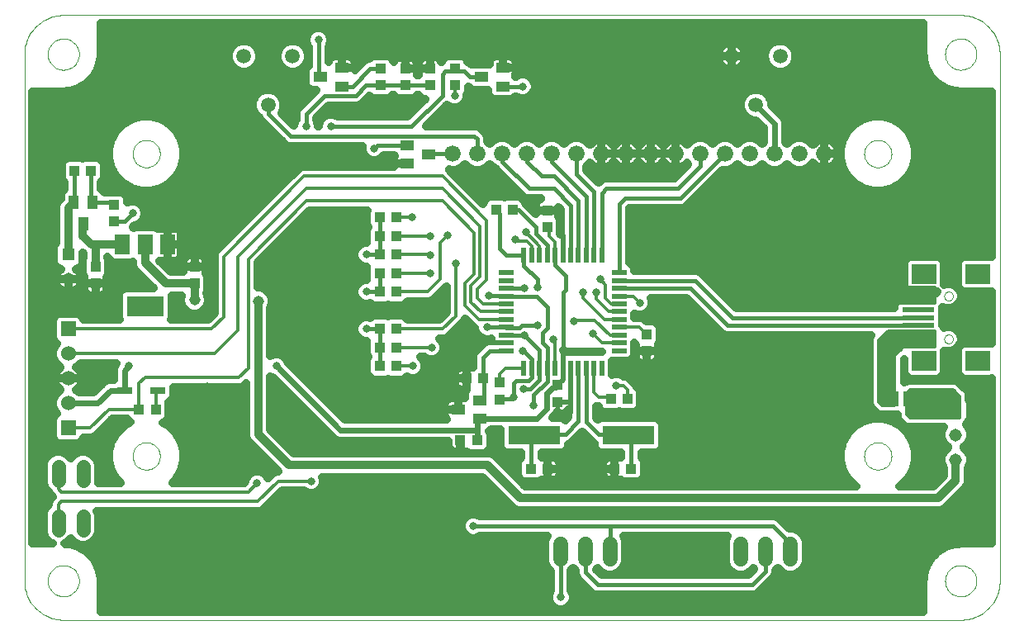
<source format=gtl>
G75*
G70*
%OFA0B0*%
%FSLAX24Y24*%
%IPPOS*%
%LPD*%
%AMOC8*
5,1,8,0,0,1.08239X$1,22.5*
%
%ADD10R,0.0197X0.0591*%
%ADD11R,0.0591X0.0197*%
%ADD12R,0.0394X0.0433*%
%ADD13R,0.0600X0.0600*%
%ADD14C,0.0600*%
%ADD15R,0.0984X0.0787*%
%ADD16R,0.1299X0.0197*%
%ADD17C,0.0000*%
%ADD18R,0.0512X0.0591*%
%ADD19R,0.0515X0.0515*%
%ADD20C,0.0515*%
%ADD21R,0.0591X0.0787*%
%ADD22R,0.1496X0.0787*%
%ADD23R,0.0551X0.0394*%
%ADD24R,0.2100X0.0760*%
%ADD25R,0.0433X0.0394*%
%ADD26C,0.0660*%
%ADD27R,0.0630X0.0315*%
%ADD28R,0.0394X0.0551*%
%ADD29C,0.0560*%
%ADD30C,0.0600*%
%ADD31C,0.0594*%
%ADD32C,0.0160*%
%ADD33C,0.0320*%
%ADD34C,0.0120*%
%ADD35C,0.0180*%
%ADD36C,0.0320*%
%ADD37C,0.0200*%
%ADD38C,0.0240*%
%ADD39C,0.0450*%
D10*
X025389Y013967D03*
X025704Y013967D03*
X026019Y013967D03*
X026334Y013967D03*
X026649Y013967D03*
X026964Y013967D03*
X027279Y013967D03*
X027594Y013967D03*
X027909Y013967D03*
X028224Y013967D03*
X028539Y013967D03*
X028539Y018534D03*
X028224Y018534D03*
X027909Y018534D03*
X027594Y018534D03*
X027279Y018534D03*
X026964Y018534D03*
X026649Y018534D03*
X026334Y018534D03*
X026019Y018534D03*
X025704Y018534D03*
X025389Y018534D03*
D11*
X024681Y017825D03*
X024681Y017510D03*
X024681Y017195D03*
X024681Y016880D03*
X024681Y016565D03*
X024681Y016251D03*
X024681Y015936D03*
X024681Y015621D03*
X024681Y015306D03*
X024681Y014991D03*
X024681Y014676D03*
X029248Y014676D03*
X029248Y014991D03*
X029248Y015306D03*
X029248Y015621D03*
X029248Y015936D03*
X029248Y016251D03*
X029248Y016565D03*
X029248Y016880D03*
X029248Y017195D03*
X029248Y017510D03*
X029248Y017825D03*
D12*
X026339Y019678D03*
X026339Y020348D03*
X024936Y020351D03*
X024267Y020351D03*
X020249Y020051D03*
X019579Y020051D03*
X019579Y019301D03*
X020249Y019301D03*
X020249Y018551D03*
X019579Y018551D03*
X019579Y017800D03*
X020249Y017800D03*
X020249Y017051D03*
X019579Y017051D03*
X019579Y015551D03*
X020249Y015551D03*
X020249Y014801D03*
X019579Y014801D03*
X019579Y014051D03*
X020249Y014051D03*
X026752Y013285D03*
X026752Y012616D03*
X028904Y012726D03*
X029574Y012726D03*
X030357Y014656D03*
X030357Y015325D03*
X021601Y025385D03*
X021601Y026054D03*
X012101Y018054D03*
X012101Y017385D03*
X008101Y017385D03*
X008101Y018054D03*
X007928Y021920D03*
X007258Y021920D03*
X009861Y012301D03*
X010530Y012301D03*
D13*
X007003Y011551D03*
X007003Y015551D03*
D14*
X007003Y014551D03*
X007003Y013551D03*
X007003Y012551D03*
D15*
X041550Y014263D03*
X043715Y014263D03*
X043715Y017766D03*
X041550Y017766D03*
D16*
X041314Y016644D03*
X041314Y016329D03*
X041314Y016014D03*
X041314Y015700D03*
X041314Y015385D03*
D17*
X043026Y003810D02*
X006806Y003810D01*
X006729Y003812D01*
X006652Y003818D01*
X006575Y003827D01*
X006499Y003840D01*
X006423Y003857D01*
X006349Y003878D01*
X006275Y003902D01*
X006203Y003930D01*
X006133Y003961D01*
X006064Y003996D01*
X005996Y004034D01*
X005931Y004075D01*
X005868Y004120D01*
X005807Y004168D01*
X005748Y004218D01*
X005692Y004271D01*
X005639Y004327D01*
X005589Y004386D01*
X005541Y004447D01*
X005496Y004510D01*
X005455Y004575D01*
X005417Y004643D01*
X005382Y004712D01*
X005351Y004782D01*
X005323Y004854D01*
X005299Y004928D01*
X005278Y005002D01*
X005261Y005078D01*
X005248Y005154D01*
X005239Y005231D01*
X005233Y005308D01*
X005231Y005385D01*
X005231Y026644D01*
X005233Y026721D01*
X005239Y026798D01*
X005248Y026875D01*
X005261Y026951D01*
X005278Y027027D01*
X005299Y027101D01*
X005323Y027175D01*
X005351Y027247D01*
X005382Y027317D01*
X005417Y027386D01*
X005455Y027454D01*
X005496Y027519D01*
X005541Y027582D01*
X005589Y027643D01*
X005639Y027702D01*
X005692Y027758D01*
X005748Y027811D01*
X005807Y027861D01*
X005868Y027909D01*
X005931Y027954D01*
X005996Y027995D01*
X006064Y028033D01*
X006133Y028068D01*
X006203Y028099D01*
X006275Y028127D01*
X006349Y028151D01*
X006423Y028172D01*
X006499Y028189D01*
X006575Y028202D01*
X006652Y028211D01*
X006729Y028217D01*
X006806Y028219D01*
X043026Y028219D01*
X043103Y028217D01*
X043180Y028211D01*
X043257Y028202D01*
X043333Y028189D01*
X043409Y028172D01*
X043483Y028151D01*
X043557Y028127D01*
X043629Y028099D01*
X043699Y028068D01*
X043768Y028033D01*
X043836Y027995D01*
X043901Y027954D01*
X043964Y027909D01*
X044025Y027861D01*
X044084Y027811D01*
X044140Y027758D01*
X044193Y027702D01*
X044243Y027643D01*
X044291Y027582D01*
X044336Y027519D01*
X044377Y027454D01*
X044415Y027386D01*
X044450Y027317D01*
X044481Y027247D01*
X044509Y027175D01*
X044533Y027101D01*
X044554Y027027D01*
X044571Y026951D01*
X044584Y026875D01*
X044593Y026798D01*
X044599Y026721D01*
X044601Y026644D01*
X044601Y005385D01*
X044599Y005308D01*
X044593Y005231D01*
X044584Y005154D01*
X044571Y005078D01*
X044554Y005002D01*
X044533Y004928D01*
X044509Y004854D01*
X044481Y004782D01*
X044450Y004712D01*
X044415Y004643D01*
X044377Y004575D01*
X044336Y004510D01*
X044291Y004447D01*
X044243Y004386D01*
X044193Y004327D01*
X044140Y004271D01*
X044084Y004218D01*
X044025Y004168D01*
X043964Y004120D01*
X043901Y004075D01*
X043836Y004034D01*
X043768Y003996D01*
X043699Y003961D01*
X043629Y003930D01*
X043557Y003902D01*
X043483Y003878D01*
X043409Y003857D01*
X043333Y003840D01*
X043257Y003827D01*
X043180Y003818D01*
X043103Y003812D01*
X043026Y003810D01*
X043103Y003812D01*
X043180Y003818D01*
X043257Y003827D01*
X043333Y003840D01*
X043409Y003857D01*
X043483Y003878D01*
X043557Y003902D01*
X043629Y003930D01*
X043699Y003961D01*
X043768Y003996D01*
X043836Y004034D01*
X043901Y004075D01*
X043964Y004120D01*
X044025Y004168D01*
X044084Y004218D01*
X044140Y004271D01*
X044193Y004327D01*
X044243Y004386D01*
X044291Y004447D01*
X044336Y004510D01*
X044377Y004575D01*
X044415Y004643D01*
X044450Y004712D01*
X044481Y004782D01*
X044509Y004854D01*
X044533Y004928D01*
X044554Y005002D01*
X044571Y005078D01*
X044584Y005154D01*
X044593Y005231D01*
X044599Y005308D01*
X044601Y005385D01*
X044599Y005308D01*
X044593Y005231D01*
X044584Y005154D01*
X044571Y005078D01*
X044554Y005002D01*
X044533Y004928D01*
X044509Y004854D01*
X044481Y004782D01*
X044450Y004712D01*
X044415Y004643D01*
X044377Y004575D01*
X044336Y004510D01*
X044291Y004447D01*
X044243Y004386D01*
X044193Y004327D01*
X044140Y004271D01*
X044084Y004218D01*
X044025Y004168D01*
X043964Y004120D01*
X043901Y004075D01*
X043836Y004034D01*
X043768Y003996D01*
X043699Y003961D01*
X043629Y003930D01*
X043557Y003902D01*
X043483Y003878D01*
X043409Y003857D01*
X043333Y003840D01*
X043257Y003827D01*
X043180Y003818D01*
X043103Y003812D01*
X043026Y003810D01*
X042396Y005385D02*
X042398Y005435D01*
X042404Y005485D01*
X042414Y005534D01*
X042428Y005582D01*
X042445Y005629D01*
X042466Y005674D01*
X042491Y005718D01*
X042519Y005759D01*
X042551Y005798D01*
X042585Y005835D01*
X042622Y005869D01*
X042662Y005899D01*
X042704Y005926D01*
X042748Y005950D01*
X042794Y005971D01*
X042841Y005987D01*
X042889Y006000D01*
X042939Y006009D01*
X042988Y006014D01*
X043039Y006015D01*
X043089Y006012D01*
X043138Y006005D01*
X043187Y005994D01*
X043235Y005979D01*
X043281Y005961D01*
X043326Y005939D01*
X043369Y005913D01*
X043410Y005884D01*
X043449Y005852D01*
X043485Y005817D01*
X043517Y005779D01*
X043547Y005739D01*
X043574Y005696D01*
X043597Y005652D01*
X043616Y005606D01*
X043632Y005558D01*
X043644Y005509D01*
X043652Y005460D01*
X043656Y005410D01*
X043656Y005360D01*
X043652Y005310D01*
X043644Y005261D01*
X043632Y005212D01*
X043616Y005164D01*
X043597Y005118D01*
X043574Y005074D01*
X043547Y005031D01*
X043517Y004991D01*
X043485Y004953D01*
X043449Y004918D01*
X043410Y004886D01*
X043369Y004857D01*
X043326Y004831D01*
X043281Y004809D01*
X043235Y004791D01*
X043187Y004776D01*
X043138Y004765D01*
X043089Y004758D01*
X043039Y004755D01*
X042988Y004756D01*
X042939Y004761D01*
X042889Y004770D01*
X042841Y004783D01*
X042794Y004799D01*
X042748Y004820D01*
X042704Y004844D01*
X042662Y004871D01*
X042622Y004901D01*
X042585Y004935D01*
X042551Y004972D01*
X042519Y005011D01*
X042491Y005052D01*
X042466Y005096D01*
X042445Y005141D01*
X042428Y005188D01*
X042414Y005236D01*
X042404Y005285D01*
X042398Y005335D01*
X042396Y005385D01*
X039129Y010424D02*
X039131Y010471D01*
X039137Y010517D01*
X039147Y010563D01*
X039160Y010608D01*
X039178Y010651D01*
X039199Y010693D01*
X039223Y010733D01*
X039251Y010770D01*
X039282Y010805D01*
X039316Y010838D01*
X039352Y010867D01*
X039391Y010893D01*
X039432Y010916D01*
X039475Y010935D01*
X039519Y010951D01*
X039564Y010963D01*
X039610Y010971D01*
X039657Y010975D01*
X039703Y010975D01*
X039750Y010971D01*
X039796Y010963D01*
X039841Y010951D01*
X039885Y010935D01*
X039928Y010916D01*
X039969Y010893D01*
X040008Y010867D01*
X040044Y010838D01*
X040078Y010805D01*
X040109Y010770D01*
X040137Y010733D01*
X040161Y010693D01*
X040182Y010651D01*
X040200Y010608D01*
X040213Y010563D01*
X040223Y010517D01*
X040229Y010471D01*
X040231Y010424D01*
X040229Y010377D01*
X040223Y010331D01*
X040213Y010285D01*
X040200Y010240D01*
X040182Y010197D01*
X040161Y010155D01*
X040137Y010115D01*
X040109Y010078D01*
X040078Y010043D01*
X040044Y010010D01*
X040008Y009981D01*
X039969Y009955D01*
X039928Y009932D01*
X039885Y009913D01*
X039841Y009897D01*
X039796Y009885D01*
X039750Y009877D01*
X039703Y009873D01*
X039657Y009873D01*
X039610Y009877D01*
X039564Y009885D01*
X039519Y009897D01*
X039475Y009913D01*
X039432Y009932D01*
X039391Y009955D01*
X039352Y009981D01*
X039316Y010010D01*
X039282Y010043D01*
X039251Y010078D01*
X039223Y010115D01*
X039199Y010155D01*
X039178Y010197D01*
X039160Y010240D01*
X039147Y010285D01*
X039137Y010331D01*
X039131Y010377D01*
X039129Y010424D01*
X042357Y015148D02*
X042359Y015174D01*
X042365Y015200D01*
X042375Y015225D01*
X042388Y015248D01*
X042404Y015268D01*
X042424Y015286D01*
X042446Y015301D01*
X042469Y015313D01*
X042495Y015321D01*
X042521Y015325D01*
X042547Y015325D01*
X042573Y015321D01*
X042599Y015313D01*
X042623Y015301D01*
X042644Y015286D01*
X042664Y015268D01*
X042680Y015248D01*
X042693Y015225D01*
X042703Y015200D01*
X042709Y015174D01*
X042711Y015148D01*
X042709Y015122D01*
X042703Y015096D01*
X042693Y015071D01*
X042680Y015048D01*
X042664Y015028D01*
X042644Y015010D01*
X042622Y014995D01*
X042599Y014983D01*
X042573Y014975D01*
X042547Y014971D01*
X042521Y014971D01*
X042495Y014975D01*
X042469Y014983D01*
X042445Y014995D01*
X042424Y015010D01*
X042404Y015028D01*
X042388Y015048D01*
X042375Y015071D01*
X042365Y015096D01*
X042359Y015122D01*
X042357Y015148D01*
X042357Y016881D02*
X042359Y016907D01*
X042365Y016933D01*
X042375Y016958D01*
X042388Y016981D01*
X042404Y017001D01*
X042424Y017019D01*
X042446Y017034D01*
X042469Y017046D01*
X042495Y017054D01*
X042521Y017058D01*
X042547Y017058D01*
X042573Y017054D01*
X042599Y017046D01*
X042623Y017034D01*
X042644Y017019D01*
X042664Y017001D01*
X042680Y016981D01*
X042693Y016958D01*
X042703Y016933D01*
X042709Y016907D01*
X042711Y016881D01*
X042709Y016855D01*
X042703Y016829D01*
X042693Y016804D01*
X042680Y016781D01*
X042664Y016761D01*
X042644Y016743D01*
X042622Y016728D01*
X042599Y016716D01*
X042573Y016708D01*
X042547Y016704D01*
X042521Y016704D01*
X042495Y016708D01*
X042469Y016716D01*
X042445Y016728D01*
X042424Y016743D01*
X042404Y016761D01*
X042388Y016781D01*
X042375Y016804D01*
X042365Y016829D01*
X042359Y016855D01*
X042357Y016881D01*
X039129Y022629D02*
X039131Y022676D01*
X039137Y022722D01*
X039147Y022768D01*
X039160Y022813D01*
X039178Y022856D01*
X039199Y022898D01*
X039223Y022938D01*
X039251Y022975D01*
X039282Y023010D01*
X039316Y023043D01*
X039352Y023072D01*
X039391Y023098D01*
X039432Y023121D01*
X039475Y023140D01*
X039519Y023156D01*
X039564Y023168D01*
X039610Y023176D01*
X039657Y023180D01*
X039703Y023180D01*
X039750Y023176D01*
X039796Y023168D01*
X039841Y023156D01*
X039885Y023140D01*
X039928Y023121D01*
X039969Y023098D01*
X040008Y023072D01*
X040044Y023043D01*
X040078Y023010D01*
X040109Y022975D01*
X040137Y022938D01*
X040161Y022898D01*
X040182Y022856D01*
X040200Y022813D01*
X040213Y022768D01*
X040223Y022722D01*
X040229Y022676D01*
X040231Y022629D01*
X040229Y022582D01*
X040223Y022536D01*
X040213Y022490D01*
X040200Y022445D01*
X040182Y022402D01*
X040161Y022360D01*
X040137Y022320D01*
X040109Y022283D01*
X040078Y022248D01*
X040044Y022215D01*
X040008Y022186D01*
X039969Y022160D01*
X039928Y022137D01*
X039885Y022118D01*
X039841Y022102D01*
X039796Y022090D01*
X039750Y022082D01*
X039703Y022078D01*
X039657Y022078D01*
X039610Y022082D01*
X039564Y022090D01*
X039519Y022102D01*
X039475Y022118D01*
X039432Y022137D01*
X039391Y022160D01*
X039352Y022186D01*
X039316Y022215D01*
X039282Y022248D01*
X039251Y022283D01*
X039223Y022320D01*
X039199Y022360D01*
X039178Y022402D01*
X039160Y022445D01*
X039147Y022490D01*
X039137Y022536D01*
X039131Y022582D01*
X039129Y022629D01*
X044601Y026644D02*
X044599Y026721D01*
X044593Y026798D01*
X044584Y026875D01*
X044571Y026951D01*
X044554Y027027D01*
X044533Y027101D01*
X044509Y027175D01*
X044481Y027247D01*
X044450Y027317D01*
X044415Y027386D01*
X044377Y027454D01*
X044336Y027519D01*
X044291Y027582D01*
X044243Y027643D01*
X044193Y027702D01*
X044140Y027758D01*
X044084Y027811D01*
X044025Y027861D01*
X043964Y027909D01*
X043901Y027954D01*
X043836Y027995D01*
X043768Y028033D01*
X043699Y028068D01*
X043629Y028099D01*
X043557Y028127D01*
X043483Y028151D01*
X043409Y028172D01*
X043333Y028189D01*
X043257Y028202D01*
X043180Y028211D01*
X043103Y028217D01*
X043026Y028219D01*
X043103Y028217D01*
X043180Y028211D01*
X043257Y028202D01*
X043333Y028189D01*
X043409Y028172D01*
X043483Y028151D01*
X043557Y028127D01*
X043629Y028099D01*
X043699Y028068D01*
X043768Y028033D01*
X043836Y027995D01*
X043901Y027954D01*
X043964Y027909D01*
X044025Y027861D01*
X044084Y027811D01*
X044140Y027758D01*
X044193Y027702D01*
X044243Y027643D01*
X044291Y027582D01*
X044336Y027519D01*
X044377Y027454D01*
X044415Y027386D01*
X044450Y027317D01*
X044481Y027247D01*
X044509Y027175D01*
X044533Y027101D01*
X044554Y027027D01*
X044571Y026951D01*
X044584Y026875D01*
X044593Y026798D01*
X044599Y026721D01*
X044601Y026644D01*
X042396Y026644D02*
X042398Y026694D01*
X042404Y026744D01*
X042414Y026793D01*
X042428Y026841D01*
X042445Y026888D01*
X042466Y026933D01*
X042491Y026977D01*
X042519Y027018D01*
X042551Y027057D01*
X042585Y027094D01*
X042622Y027128D01*
X042662Y027158D01*
X042704Y027185D01*
X042748Y027209D01*
X042794Y027230D01*
X042841Y027246D01*
X042889Y027259D01*
X042939Y027268D01*
X042988Y027273D01*
X043039Y027274D01*
X043089Y027271D01*
X043138Y027264D01*
X043187Y027253D01*
X043235Y027238D01*
X043281Y027220D01*
X043326Y027198D01*
X043369Y027172D01*
X043410Y027143D01*
X043449Y027111D01*
X043485Y027076D01*
X043517Y027038D01*
X043547Y026998D01*
X043574Y026955D01*
X043597Y026911D01*
X043616Y026865D01*
X043632Y026817D01*
X043644Y026768D01*
X043652Y026719D01*
X043656Y026669D01*
X043656Y026619D01*
X043652Y026569D01*
X043644Y026520D01*
X043632Y026471D01*
X043616Y026423D01*
X043597Y026377D01*
X043574Y026333D01*
X043547Y026290D01*
X043517Y026250D01*
X043485Y026212D01*
X043449Y026177D01*
X043410Y026145D01*
X043369Y026116D01*
X043326Y026090D01*
X043281Y026068D01*
X043235Y026050D01*
X043187Y026035D01*
X043138Y026024D01*
X043089Y026017D01*
X043039Y026014D01*
X042988Y026015D01*
X042939Y026020D01*
X042889Y026029D01*
X042841Y026042D01*
X042794Y026058D01*
X042748Y026079D01*
X042704Y026103D01*
X042662Y026130D01*
X042622Y026160D01*
X042585Y026194D01*
X042551Y026231D01*
X042519Y026270D01*
X042491Y026311D01*
X042466Y026355D01*
X042445Y026400D01*
X042428Y026447D01*
X042414Y026495D01*
X042404Y026544D01*
X042398Y026594D01*
X042396Y026644D01*
X009601Y022629D02*
X009603Y022676D01*
X009609Y022722D01*
X009619Y022768D01*
X009632Y022813D01*
X009650Y022856D01*
X009671Y022898D01*
X009695Y022938D01*
X009723Y022975D01*
X009754Y023010D01*
X009788Y023043D01*
X009824Y023072D01*
X009863Y023098D01*
X009904Y023121D01*
X009947Y023140D01*
X009991Y023156D01*
X010036Y023168D01*
X010082Y023176D01*
X010129Y023180D01*
X010175Y023180D01*
X010222Y023176D01*
X010268Y023168D01*
X010313Y023156D01*
X010357Y023140D01*
X010400Y023121D01*
X010441Y023098D01*
X010480Y023072D01*
X010516Y023043D01*
X010550Y023010D01*
X010581Y022975D01*
X010609Y022938D01*
X010633Y022898D01*
X010654Y022856D01*
X010672Y022813D01*
X010685Y022768D01*
X010695Y022722D01*
X010701Y022676D01*
X010703Y022629D01*
X010701Y022582D01*
X010695Y022536D01*
X010685Y022490D01*
X010672Y022445D01*
X010654Y022402D01*
X010633Y022360D01*
X010609Y022320D01*
X010581Y022283D01*
X010550Y022248D01*
X010516Y022215D01*
X010480Y022186D01*
X010441Y022160D01*
X010400Y022137D01*
X010357Y022118D01*
X010313Y022102D01*
X010268Y022090D01*
X010222Y022082D01*
X010175Y022078D01*
X010129Y022078D01*
X010082Y022082D01*
X010036Y022090D01*
X009991Y022102D01*
X009947Y022118D01*
X009904Y022137D01*
X009863Y022160D01*
X009824Y022186D01*
X009788Y022215D01*
X009754Y022248D01*
X009723Y022283D01*
X009695Y022320D01*
X009671Y022360D01*
X009650Y022402D01*
X009632Y022445D01*
X009619Y022490D01*
X009609Y022536D01*
X009603Y022582D01*
X009601Y022629D01*
X005231Y026644D02*
X005233Y026721D01*
X005239Y026798D01*
X005248Y026875D01*
X005261Y026951D01*
X005278Y027027D01*
X005299Y027101D01*
X005323Y027175D01*
X005351Y027247D01*
X005382Y027317D01*
X005417Y027386D01*
X005455Y027454D01*
X005496Y027519D01*
X005541Y027582D01*
X005589Y027643D01*
X005639Y027702D01*
X005692Y027758D01*
X005748Y027811D01*
X005807Y027861D01*
X005868Y027909D01*
X005931Y027954D01*
X005996Y027995D01*
X006064Y028033D01*
X006133Y028068D01*
X006203Y028099D01*
X006275Y028127D01*
X006349Y028151D01*
X006423Y028172D01*
X006499Y028189D01*
X006575Y028202D01*
X006652Y028211D01*
X006729Y028217D01*
X006806Y028219D01*
X006729Y028217D01*
X006652Y028211D01*
X006575Y028202D01*
X006499Y028189D01*
X006423Y028172D01*
X006349Y028151D01*
X006275Y028127D01*
X006203Y028099D01*
X006133Y028068D01*
X006064Y028033D01*
X005996Y027995D01*
X005931Y027954D01*
X005868Y027909D01*
X005807Y027861D01*
X005748Y027811D01*
X005692Y027758D01*
X005639Y027702D01*
X005589Y027643D01*
X005541Y027582D01*
X005496Y027519D01*
X005455Y027454D01*
X005417Y027386D01*
X005382Y027317D01*
X005351Y027247D01*
X005323Y027175D01*
X005299Y027101D01*
X005278Y027027D01*
X005261Y026951D01*
X005248Y026875D01*
X005239Y026798D01*
X005233Y026721D01*
X005231Y026644D01*
X006176Y026644D02*
X006178Y026694D01*
X006184Y026744D01*
X006194Y026793D01*
X006208Y026841D01*
X006225Y026888D01*
X006246Y026933D01*
X006271Y026977D01*
X006299Y027018D01*
X006331Y027057D01*
X006365Y027094D01*
X006402Y027128D01*
X006442Y027158D01*
X006484Y027185D01*
X006528Y027209D01*
X006574Y027230D01*
X006621Y027246D01*
X006669Y027259D01*
X006719Y027268D01*
X006768Y027273D01*
X006819Y027274D01*
X006869Y027271D01*
X006918Y027264D01*
X006967Y027253D01*
X007015Y027238D01*
X007061Y027220D01*
X007106Y027198D01*
X007149Y027172D01*
X007190Y027143D01*
X007229Y027111D01*
X007265Y027076D01*
X007297Y027038D01*
X007327Y026998D01*
X007354Y026955D01*
X007377Y026911D01*
X007396Y026865D01*
X007412Y026817D01*
X007424Y026768D01*
X007432Y026719D01*
X007436Y026669D01*
X007436Y026619D01*
X007432Y026569D01*
X007424Y026520D01*
X007412Y026471D01*
X007396Y026423D01*
X007377Y026377D01*
X007354Y026333D01*
X007327Y026290D01*
X007297Y026250D01*
X007265Y026212D01*
X007229Y026177D01*
X007190Y026145D01*
X007149Y026116D01*
X007106Y026090D01*
X007061Y026068D01*
X007015Y026050D01*
X006967Y026035D01*
X006918Y026024D01*
X006869Y026017D01*
X006819Y026014D01*
X006768Y026015D01*
X006719Y026020D01*
X006669Y026029D01*
X006621Y026042D01*
X006574Y026058D01*
X006528Y026079D01*
X006484Y026103D01*
X006442Y026130D01*
X006402Y026160D01*
X006365Y026194D01*
X006331Y026231D01*
X006299Y026270D01*
X006271Y026311D01*
X006246Y026355D01*
X006225Y026400D01*
X006208Y026447D01*
X006194Y026495D01*
X006184Y026544D01*
X006178Y026594D01*
X006176Y026644D01*
X009601Y010424D02*
X009603Y010471D01*
X009609Y010517D01*
X009619Y010563D01*
X009632Y010608D01*
X009650Y010651D01*
X009671Y010693D01*
X009695Y010733D01*
X009723Y010770D01*
X009754Y010805D01*
X009788Y010838D01*
X009824Y010867D01*
X009863Y010893D01*
X009904Y010916D01*
X009947Y010935D01*
X009991Y010951D01*
X010036Y010963D01*
X010082Y010971D01*
X010129Y010975D01*
X010175Y010975D01*
X010222Y010971D01*
X010268Y010963D01*
X010313Y010951D01*
X010357Y010935D01*
X010400Y010916D01*
X010441Y010893D01*
X010480Y010867D01*
X010516Y010838D01*
X010550Y010805D01*
X010581Y010770D01*
X010609Y010733D01*
X010633Y010693D01*
X010654Y010651D01*
X010672Y010608D01*
X010685Y010563D01*
X010695Y010517D01*
X010701Y010471D01*
X010703Y010424D01*
X010701Y010377D01*
X010695Y010331D01*
X010685Y010285D01*
X010672Y010240D01*
X010654Y010197D01*
X010633Y010155D01*
X010609Y010115D01*
X010581Y010078D01*
X010550Y010043D01*
X010516Y010010D01*
X010480Y009981D01*
X010441Y009955D01*
X010400Y009932D01*
X010357Y009913D01*
X010313Y009897D01*
X010268Y009885D01*
X010222Y009877D01*
X010175Y009873D01*
X010129Y009873D01*
X010082Y009877D01*
X010036Y009885D01*
X009991Y009897D01*
X009947Y009913D01*
X009904Y009932D01*
X009863Y009955D01*
X009824Y009981D01*
X009788Y010010D01*
X009754Y010043D01*
X009723Y010078D01*
X009695Y010115D01*
X009671Y010155D01*
X009650Y010197D01*
X009632Y010240D01*
X009619Y010285D01*
X009609Y010331D01*
X009603Y010377D01*
X009601Y010424D01*
X005231Y005385D02*
X005233Y005308D01*
X005239Y005231D01*
X005248Y005154D01*
X005261Y005078D01*
X005278Y005002D01*
X005299Y004928D01*
X005323Y004854D01*
X005351Y004782D01*
X005382Y004712D01*
X005417Y004643D01*
X005455Y004575D01*
X005496Y004510D01*
X005541Y004447D01*
X005589Y004386D01*
X005639Y004327D01*
X005692Y004271D01*
X005748Y004218D01*
X005807Y004168D01*
X005868Y004120D01*
X005931Y004075D01*
X005996Y004034D01*
X006064Y003996D01*
X006133Y003961D01*
X006203Y003930D01*
X006275Y003902D01*
X006349Y003878D01*
X006423Y003857D01*
X006499Y003840D01*
X006575Y003827D01*
X006652Y003818D01*
X006729Y003812D01*
X006806Y003810D01*
X006729Y003812D01*
X006652Y003818D01*
X006575Y003827D01*
X006499Y003840D01*
X006423Y003857D01*
X006349Y003878D01*
X006275Y003902D01*
X006203Y003930D01*
X006133Y003961D01*
X006064Y003996D01*
X005996Y004034D01*
X005931Y004075D01*
X005868Y004120D01*
X005807Y004168D01*
X005748Y004218D01*
X005692Y004271D01*
X005639Y004327D01*
X005589Y004386D01*
X005541Y004447D01*
X005496Y004510D01*
X005455Y004575D01*
X005417Y004643D01*
X005382Y004712D01*
X005351Y004782D01*
X005323Y004854D01*
X005299Y004928D01*
X005278Y005002D01*
X005261Y005078D01*
X005248Y005154D01*
X005239Y005231D01*
X005233Y005308D01*
X005231Y005385D01*
X006176Y005385D02*
X006178Y005435D01*
X006184Y005485D01*
X006194Y005534D01*
X006208Y005582D01*
X006225Y005629D01*
X006246Y005674D01*
X006271Y005718D01*
X006299Y005759D01*
X006331Y005798D01*
X006365Y005835D01*
X006402Y005869D01*
X006442Y005899D01*
X006484Y005926D01*
X006528Y005950D01*
X006574Y005971D01*
X006621Y005987D01*
X006669Y006000D01*
X006719Y006009D01*
X006768Y006014D01*
X006819Y006015D01*
X006869Y006012D01*
X006918Y006005D01*
X006967Y005994D01*
X007015Y005979D01*
X007061Y005961D01*
X007106Y005939D01*
X007149Y005913D01*
X007190Y005884D01*
X007229Y005852D01*
X007265Y005817D01*
X007297Y005779D01*
X007327Y005739D01*
X007354Y005696D01*
X007377Y005652D01*
X007396Y005606D01*
X007412Y005558D01*
X007424Y005509D01*
X007432Y005460D01*
X007436Y005410D01*
X007436Y005360D01*
X007432Y005310D01*
X007424Y005261D01*
X007412Y005212D01*
X007396Y005164D01*
X007377Y005118D01*
X007354Y005074D01*
X007327Y005031D01*
X007297Y004991D01*
X007265Y004953D01*
X007229Y004918D01*
X007190Y004886D01*
X007149Y004857D01*
X007106Y004831D01*
X007061Y004809D01*
X007015Y004791D01*
X006967Y004776D01*
X006918Y004765D01*
X006869Y004758D01*
X006819Y004755D01*
X006768Y004756D01*
X006719Y004761D01*
X006669Y004770D01*
X006621Y004783D01*
X006574Y004799D01*
X006528Y004820D01*
X006484Y004844D01*
X006442Y004871D01*
X006402Y004901D01*
X006365Y004935D01*
X006331Y004972D01*
X006299Y005011D01*
X006271Y005052D01*
X006246Y005096D01*
X006225Y005141D01*
X006208Y005188D01*
X006194Y005236D01*
X006184Y005285D01*
X006178Y005335D01*
X006176Y005385D01*
D18*
X040266Y012719D03*
X040936Y012719D03*
D19*
X042829Y012274D03*
X007003Y018551D03*
D20*
X007003Y017551D03*
X042829Y011274D03*
X042829Y010274D03*
D21*
X011006Y018959D03*
X010101Y018959D03*
X009195Y018959D03*
D22*
X010101Y016479D03*
D23*
X020668Y022220D03*
X020668Y022968D03*
X021534Y022594D03*
X024534Y025345D03*
X024534Y026093D03*
X023668Y025719D03*
X018034Y025345D03*
X018034Y026093D03*
X017168Y025719D03*
X023597Y012675D03*
X022731Y012301D03*
X023597Y011926D03*
D24*
X025814Y011251D03*
X029614Y011251D03*
D25*
X029724Y009913D03*
X029054Y009913D03*
X026361Y009913D03*
X025692Y009913D03*
X023499Y011051D03*
X022829Y011051D03*
X024414Y012716D03*
X024414Y013385D03*
X023749Y013551D03*
X023079Y013551D03*
X008851Y019885D03*
X008851Y020554D03*
X019601Y025385D03*
X019601Y026054D03*
X020601Y026054D03*
X020601Y025385D03*
X022601Y025385D03*
X022601Y026054D03*
D26*
X022514Y022629D03*
X023514Y022629D03*
X024514Y022629D03*
X025514Y022629D03*
X026514Y022629D03*
X027514Y022629D03*
X028514Y022629D03*
X029514Y022629D03*
X030514Y022629D03*
X031514Y022629D03*
X032514Y022629D03*
X033514Y022629D03*
X034514Y022629D03*
X035514Y022629D03*
X036514Y022629D03*
X037514Y022629D03*
D27*
X010627Y013063D03*
X009289Y013063D03*
D28*
X007601Y019786D03*
X007975Y020652D03*
X007227Y020652D03*
D29*
X007601Y009999D02*
X007601Y009439D01*
X006601Y009439D02*
X006601Y009999D01*
X006601Y007999D02*
X006601Y007439D01*
X007601Y007439D02*
X007601Y007999D01*
D30*
X026869Y006866D02*
X026869Y006266D01*
X027869Y006266D02*
X027869Y006866D01*
X028869Y006866D02*
X028869Y006266D01*
X034152Y006266D02*
X034152Y006866D01*
X035152Y006866D02*
X035152Y006266D01*
X036152Y006266D02*
X036152Y006866D01*
D31*
X034758Y024597D03*
X033774Y026566D03*
X035743Y026566D03*
X016058Y026566D03*
X014089Y026566D03*
X015073Y024597D03*
D32*
X015073Y024247D01*
X015976Y023344D01*
X023389Y023344D01*
X023514Y023219D01*
X023514Y022629D01*
X022514Y022629D02*
X021625Y022629D01*
X021534Y022594D01*
X020668Y022968D02*
X019475Y022968D01*
X019351Y022844D01*
X020851Y023719D02*
X017601Y023719D01*
X016601Y023719D02*
X016601Y024219D01*
X017351Y024969D01*
X018601Y024969D01*
X019016Y025385D01*
X019601Y025385D01*
X020601Y025385D01*
X021601Y025385D01*
X022101Y024969D02*
X022101Y025844D01*
X022226Y025969D01*
X022601Y025969D01*
X022601Y026054D01*
X022686Y025969D01*
X022976Y025969D01*
X023226Y025719D01*
X023668Y025719D01*
X024534Y025345D02*
X024725Y025345D01*
X024726Y025344D01*
X025351Y025344D01*
X022101Y024969D02*
X020851Y023719D01*
X019186Y026054D02*
X018477Y025345D01*
X018034Y025345D01*
X017168Y025719D02*
X017101Y025719D01*
X017101Y027219D01*
X019186Y026054D02*
X019601Y026054D01*
X024514Y022629D02*
X024514Y022306D01*
X025601Y021219D01*
X026601Y021219D01*
X027279Y020541D01*
X027279Y018534D01*
X027594Y018534D02*
X027594Y020726D01*
X026601Y021719D01*
X026101Y021719D01*
X025514Y022306D01*
X025514Y022629D01*
X026514Y022629D02*
X026514Y022306D01*
X027909Y020911D01*
X027909Y018534D01*
X028224Y018534D02*
X028224Y021096D01*
X027514Y021806D01*
X027514Y022629D01*
X028726Y021219D02*
X031601Y021219D01*
X032514Y022133D01*
X032514Y022629D01*
X033510Y022629D02*
X031726Y020844D01*
X029476Y020844D01*
X029248Y020616D01*
X029248Y017825D01*
X029248Y017510D02*
X032310Y017510D01*
X033806Y016014D01*
X041314Y016014D01*
X041314Y015700D02*
X033621Y015700D01*
X032125Y017195D01*
X029248Y017195D01*
X029248Y016565D02*
X029245Y016563D01*
X029248Y015306D02*
X029230Y015288D01*
X029248Y014991D02*
X029245Y014988D01*
X027909Y013967D02*
X027909Y011806D01*
X028414Y011301D01*
X029564Y011301D01*
X029614Y011251D01*
X027594Y011818D02*
X027077Y011301D01*
X025864Y011301D01*
X025814Y011251D01*
X026751Y011988D02*
X026752Y012238D01*
X026752Y012588D01*
X026752Y012616D01*
X026334Y013433D02*
X025789Y012888D01*
X025789Y012476D01*
X025789Y012476D01*
X025652Y013126D02*
X025377Y013126D01*
X025652Y013126D02*
X026019Y013493D01*
X026019Y013967D01*
X026019Y014695D01*
X025414Y015301D01*
X024686Y015301D01*
X024681Y015306D01*
X024688Y015613D02*
X024681Y015621D01*
X024676Y015626D01*
X023914Y015626D01*
X023902Y015626D01*
X024688Y015613D02*
X025202Y015613D01*
X025302Y015713D01*
X025939Y015713D01*
X026152Y015401D02*
X026352Y015601D01*
X026352Y016443D01*
X025914Y016880D01*
X024681Y016880D01*
X024673Y016888D01*
X023977Y016888D01*
X024681Y017195D02*
X025409Y017195D01*
X025414Y017201D01*
X025939Y017226D02*
X025939Y017551D01*
X025389Y018100D01*
X025389Y018534D01*
X024681Y018534D01*
X024414Y018801D01*
X024414Y020203D01*
X024936Y020351D02*
X025164Y020351D01*
X025864Y019650D01*
X025864Y019413D01*
X026334Y018943D01*
X026334Y018534D01*
X026649Y018534D02*
X026649Y018128D01*
X027077Y017701D01*
X027077Y017138D01*
X026977Y017038D01*
X026977Y014713D01*
X026339Y014813D02*
X026152Y015001D01*
X026152Y015401D01*
X026339Y014813D02*
X026339Y013972D01*
X026334Y013967D01*
X026334Y013433D01*
X025704Y013591D02*
X025577Y013463D01*
X025089Y013463D01*
X024989Y013363D01*
X024989Y012788D01*
X024939Y012738D02*
X024686Y012738D01*
X024414Y012716D01*
X023777Y012776D02*
X023777Y013498D01*
X023749Y013551D01*
X023749Y014410D01*
X024014Y014676D01*
X024680Y014676D01*
X024681Y014676D01*
X025339Y014676D02*
X025377Y014676D01*
X025704Y014348D01*
X025704Y013967D01*
X025704Y013591D01*
X026327Y013975D02*
X026334Y013967D01*
X027594Y013967D02*
X027594Y011818D01*
X023777Y012776D02*
X023676Y012675D01*
X023597Y012675D01*
X019579Y014051D02*
X019579Y014801D01*
X019579Y015466D01*
X019664Y015551D01*
X019039Y015551D01*
X019579Y015551D02*
X019579Y015466D01*
X019579Y017051D02*
X019039Y017051D01*
X019579Y017051D02*
X019579Y017800D01*
X020249Y017800D02*
X020249Y017801D01*
X019579Y018551D02*
X019039Y018551D01*
X019579Y018551D02*
X019579Y019301D01*
X019579Y019301D01*
X019579Y020051D01*
X028539Y021032D02*
X028539Y018534D01*
X028539Y021032D02*
X028726Y021219D01*
X033510Y022629D02*
X033514Y022629D01*
X035444Y007594D02*
X028853Y007594D01*
X028869Y007578D01*
X028869Y006566D01*
X027869Y006566D02*
X027869Y005731D01*
X028380Y005219D01*
X034601Y005219D01*
X035152Y005770D01*
X035152Y006566D01*
X036152Y006566D02*
X036152Y006887D01*
X035444Y007594D01*
X028853Y007594D02*
X023351Y007594D01*
X026869Y006566D02*
X026884Y006566D01*
X026884Y004719D01*
X009601Y020219D02*
X009266Y019885D01*
X008851Y019885D01*
X008851Y020554D02*
X008753Y020652D01*
X007975Y020652D01*
X007987Y020652D01*
X007987Y020739D01*
X007928Y020739D01*
X007928Y021920D01*
X007258Y021920D02*
X007258Y020739D01*
X007199Y020739D01*
X007199Y020652D01*
X007227Y020652D01*
D33*
X009601Y020219D03*
X010726Y019844D03*
X011226Y019844D03*
X011851Y018719D03*
X012476Y018719D03*
X008351Y016719D03*
X007851Y016719D03*
X009446Y014051D03*
X011601Y012219D03*
X011601Y011219D03*
X011601Y009719D03*
X014127Y010838D03*
X014627Y010325D03*
X014627Y009326D03*
X016802Y009413D03*
X020376Y010951D03*
X021376Y010950D03*
X022376Y010575D03*
X021601Y008719D03*
X023351Y007594D03*
X022601Y005719D03*
X025601Y005719D03*
X026884Y004719D03*
X032601Y006719D03*
X028351Y009969D03*
X027101Y009969D03*
X027726Y011094D03*
X027114Y011988D03*
X026751Y011988D03*
X025789Y012476D03*
X025377Y013126D03*
X024989Y012788D03*
X022001Y012988D03*
X020914Y014051D03*
X021664Y014801D03*
X023289Y015026D03*
X023902Y015626D03*
X025414Y015301D03*
X025939Y015713D03*
X026589Y015138D03*
X026977Y014713D03*
X028164Y015375D03*
X028539Y014638D03*
X029892Y014651D03*
X030868Y014689D03*
X030226Y013469D03*
X029127Y013263D03*
X025339Y014676D03*
X027414Y015863D03*
X027777Y017026D03*
X028302Y017038D03*
X028464Y017563D03*
X030077Y016613D03*
X031114Y016488D03*
X032551Y019000D03*
X032564Y020088D03*
X026851Y020326D03*
X025801Y020326D03*
X025464Y019463D03*
X025039Y019176D03*
X026876Y019426D03*
X025939Y017226D03*
X025414Y017201D03*
X023977Y016888D03*
X022651Y018188D03*
X021614Y018538D03*
X021602Y017801D03*
X021614Y019300D03*
X022327Y019338D03*
X020889Y020076D03*
X019039Y018551D03*
X017877Y018838D03*
X017877Y019563D03*
X019039Y017051D03*
X019039Y015551D03*
X021314Y016076D03*
X015414Y014051D03*
X015377Y013075D03*
X015377Y012325D03*
X014101Y013219D03*
X012601Y013219D03*
X005625Y006959D03*
X008380Y004203D03*
X014351Y005719D03*
X018601Y005719D03*
X025001Y010450D03*
X038101Y009469D03*
X038101Y013219D03*
X040226Y016594D03*
X040476Y017094D03*
X044207Y025070D03*
X041451Y027826D03*
X025601Y026969D03*
X024851Y026969D03*
X024101Y026969D03*
X025351Y025844D03*
X025351Y025344D03*
X022601Y024969D03*
X020601Y024844D03*
X020601Y026719D03*
X021601Y026719D03*
X018101Y026719D03*
X017101Y027219D03*
X015127Y027713D03*
X015127Y026680D03*
X016652Y025056D03*
X016601Y023719D03*
X017601Y023719D03*
X019351Y022844D03*
X019976Y022219D03*
X014627Y023313D03*
X014127Y023826D03*
X013601Y024219D03*
X008380Y027826D03*
X005625Y025070D03*
X041451Y004203D03*
X044207Y006959D03*
D34*
X042976Y011969D02*
X040976Y011969D01*
X040851Y012094D01*
X040851Y012969D01*
X040976Y013094D01*
X042726Y013094D01*
X042976Y012844D01*
X042976Y011969D01*
X042976Y011989D02*
X040956Y011989D01*
X040851Y012108D02*
X042976Y012108D01*
X042976Y012226D02*
X040851Y012226D01*
X040851Y012345D02*
X042976Y012345D01*
X042976Y012463D02*
X040851Y012463D01*
X040851Y012582D02*
X042976Y012582D01*
X042976Y012701D02*
X040851Y012701D01*
X040851Y012819D02*
X042976Y012819D01*
X042883Y012938D02*
X040851Y012938D01*
X040938Y013056D02*
X042764Y013056D01*
X040351Y013056D02*
X039726Y013056D01*
X039726Y012938D02*
X040351Y012938D01*
X040351Y012819D02*
X039726Y012819D01*
X039726Y012701D02*
X040351Y012701D01*
X040351Y012582D02*
X039738Y012582D01*
X039726Y012594D02*
X039726Y015094D01*
X040101Y015469D01*
X041976Y015469D01*
X041976Y014844D01*
X040726Y014844D01*
X040351Y014469D01*
X040351Y012469D01*
X039851Y012469D01*
X039726Y012594D01*
X039726Y013175D02*
X040351Y013175D01*
X040351Y013293D02*
X039726Y013293D01*
X039726Y013412D02*
X040351Y013412D01*
X040351Y013530D02*
X039726Y013530D01*
X039726Y013649D02*
X040351Y013649D01*
X040351Y013767D02*
X039726Y013767D01*
X039726Y013886D02*
X040351Y013886D01*
X040351Y014004D02*
X039726Y014004D01*
X039726Y014123D02*
X040351Y014123D01*
X040351Y014242D02*
X039726Y014242D01*
X039726Y014360D02*
X040351Y014360D01*
X040360Y014479D02*
X039726Y014479D01*
X039726Y014597D02*
X040479Y014597D01*
X040597Y014716D02*
X039726Y014716D01*
X039726Y014834D02*
X040716Y014834D01*
X040059Y015427D02*
X041976Y015427D01*
X041976Y015308D02*
X039940Y015308D01*
X039822Y015190D02*
X041976Y015190D01*
X041976Y015071D02*
X039726Y015071D01*
X039726Y014953D02*
X041976Y014953D01*
X041976Y016594D02*
X040351Y016594D01*
X040226Y016719D01*
X040226Y016969D01*
X040476Y017219D01*
X041976Y017219D01*
X041976Y016594D01*
X041976Y016612D02*
X040333Y016612D01*
X040226Y016731D02*
X041976Y016731D01*
X041976Y016850D02*
X040226Y016850D01*
X040226Y016968D02*
X041976Y016968D01*
X041976Y017087D02*
X040343Y017087D01*
X040462Y017205D02*
X041976Y017205D01*
X030357Y015325D02*
X030062Y015621D01*
X029248Y015621D01*
X029248Y015936D02*
X028641Y015936D01*
X027789Y016788D01*
X027789Y017013D01*
X027777Y017026D01*
X028302Y017038D02*
X028302Y016763D01*
X028814Y016251D01*
X029248Y016251D01*
X029245Y016563D02*
X028914Y016563D01*
X028689Y016788D01*
X028689Y017338D01*
X028464Y017563D01*
X029248Y016880D02*
X029809Y016880D01*
X030077Y016613D01*
X028864Y015288D02*
X028252Y015901D01*
X027427Y015901D01*
X027414Y015863D01*
X028164Y015375D02*
X028552Y014988D01*
X029245Y014988D01*
X029230Y015288D02*
X028864Y015288D01*
X028224Y013967D02*
X028224Y012991D01*
X028414Y012801D01*
X028829Y012801D01*
X028904Y012726D01*
X029127Y013263D02*
X029414Y013263D01*
X029574Y013103D01*
X029574Y012726D01*
X026649Y013967D02*
X026649Y015148D01*
X026589Y015138D01*
X025389Y013967D02*
X024643Y013967D01*
X024414Y013738D01*
X024414Y013385D01*
X024989Y012788D02*
X024939Y012738D01*
X021664Y014801D02*
X020249Y014801D01*
X020249Y014051D02*
X020914Y014051D01*
X020249Y015551D02*
X022127Y015551D01*
X022652Y016076D01*
X022651Y018188D01*
X023377Y017763D02*
X023377Y019444D01*
X022101Y020719D01*
X016601Y020719D01*
X014264Y018382D01*
X014264Y013969D01*
X013889Y013594D01*
X010101Y013594D01*
X009861Y013354D01*
X009861Y012301D01*
X008633Y012301D01*
X007883Y011551D01*
X007003Y011551D01*
X006601Y009719D02*
X006601Y009094D01*
X006726Y008969D01*
X014270Y008969D01*
X014627Y009326D01*
X014658Y008594D02*
X015476Y009413D01*
X016802Y009413D01*
X014658Y008594D02*
X006726Y008594D01*
X006601Y008469D01*
X006601Y007719D01*
X010530Y012301D02*
X010530Y012966D01*
X010627Y013063D01*
X012914Y014551D02*
X013851Y015487D01*
X013851Y018469D01*
X016601Y021219D01*
X022101Y021219D01*
X023614Y019706D01*
X023614Y017651D01*
X023252Y017288D01*
X023252Y016638D01*
X023639Y016251D01*
X024681Y016251D01*
X024681Y016565D02*
X023749Y016565D01*
X023527Y016788D01*
X023527Y017163D01*
X023889Y017526D01*
X023889Y019931D01*
X022101Y021719D01*
X016527Y021719D01*
X013277Y018469D01*
X013277Y016038D01*
X012789Y015551D01*
X007003Y015551D01*
X007003Y014551D02*
X012914Y014551D01*
X020249Y017051D02*
X021514Y017051D01*
X022014Y017551D01*
X022014Y019026D01*
X022327Y019338D01*
X021614Y019301D02*
X021614Y019300D01*
X021614Y019301D02*
X020249Y019301D01*
X020249Y020051D02*
X020274Y020076D01*
X020889Y020076D01*
X020249Y018551D02*
X021601Y018551D01*
X021614Y018538D01*
X021602Y017801D02*
X020249Y017801D01*
X023014Y017401D02*
X023014Y016501D01*
X023579Y015936D01*
X024681Y015936D01*
X023914Y015626D02*
X023914Y015613D01*
X023014Y017401D02*
X023377Y017763D01*
X025039Y019176D02*
X025114Y019101D01*
X025502Y019101D01*
X025704Y018898D01*
X025704Y018534D01*
X026019Y018534D02*
X026019Y018908D01*
X025464Y019463D01*
X026339Y019678D02*
X026414Y019603D01*
X026414Y019301D01*
X026649Y019065D01*
X026649Y018534D01*
X024414Y020203D02*
X024267Y020351D01*
X022601Y024969D02*
X022601Y025385D01*
D35*
X035902Y020163D02*
X035902Y020151D01*
X035902Y020163D02*
X035927Y020163D01*
X035934Y020155D01*
X029614Y011251D02*
X029724Y011141D01*
X029724Y009913D01*
X025692Y009913D02*
X025692Y011128D01*
X025814Y011251D01*
D36*
X026102Y010551D02*
X026928Y010551D01*
X027045Y010599D01*
X027135Y010689D01*
X027184Y010807D01*
X027184Y010912D01*
X027303Y010961D01*
X027416Y011074D01*
X027745Y011404D01*
X028075Y011074D01*
X028187Y010961D01*
X028244Y010938D01*
X028244Y010807D01*
X028293Y010689D01*
X028383Y010599D01*
X028500Y010551D01*
X029314Y010551D01*
X029314Y010369D01*
X029312Y010367D01*
X029296Y010370D01*
X029055Y010370D01*
X029055Y009913D01*
X029054Y009913D01*
X029054Y009913D01*
X028578Y009913D01*
X028578Y010135D01*
X028588Y010186D01*
X028607Y010233D01*
X028636Y010276D01*
X028672Y010312D01*
X028715Y010340D01*
X028762Y010360D01*
X028812Y010370D01*
X029054Y010370D01*
X029054Y009913D01*
X028578Y009913D01*
X028578Y009691D01*
X028588Y009640D01*
X028607Y009593D01*
X028636Y009550D01*
X028672Y009514D01*
X028715Y009486D01*
X028762Y009466D01*
X028812Y009456D01*
X029054Y009456D01*
X029054Y009913D01*
X029055Y009913D01*
X029055Y009456D01*
X029296Y009456D01*
X029312Y009459D01*
X029326Y009445D01*
X029443Y009396D01*
X030004Y009396D01*
X030121Y009445D01*
X030211Y009535D01*
X030260Y009652D01*
X030260Y010174D01*
X030211Y010291D01*
X030134Y010369D01*
X030134Y010551D01*
X030728Y010551D01*
X030845Y010599D01*
X030935Y010689D01*
X030984Y010807D01*
X030984Y011694D01*
X030935Y011812D01*
X030845Y011902D01*
X030728Y011950D01*
X028500Y011950D01*
X028383Y011902D01*
X028381Y011900D01*
X028309Y011971D01*
X028309Y012433D01*
X028338Y012421D01*
X028398Y012421D01*
X028436Y012328D01*
X028526Y012238D01*
X028644Y012189D01*
X029165Y012189D01*
X029239Y012220D01*
X029313Y012189D01*
X029834Y012189D01*
X029952Y012238D01*
X030042Y012328D01*
X030091Y012445D01*
X030091Y013006D01*
X030042Y013123D01*
X029952Y013213D01*
X029937Y013219D01*
X029896Y013319D01*
X029736Y013478D01*
X029629Y013585D01*
X029490Y013643D01*
X029425Y013643D01*
X029398Y013670D01*
X029222Y013743D01*
X029031Y013743D01*
X028957Y013712D01*
X028957Y014257D01*
X029606Y014257D01*
X029724Y014306D01*
X029814Y014396D01*
X029863Y014514D01*
X029863Y014829D01*
X029863Y014992D01*
X029889Y014928D01*
X029904Y014913D01*
X029901Y014898D01*
X029901Y014656D01*
X029901Y014414D01*
X029911Y014364D01*
X029930Y014316D01*
X029959Y014274D01*
X029995Y014238D01*
X030037Y014209D01*
X030085Y014190D01*
X030135Y014180D01*
X030357Y014180D01*
X030357Y014656D01*
X029901Y014656D01*
X030357Y014656D01*
X030357Y014656D01*
X030358Y014656D01*
X030358Y014656D01*
X030814Y014656D01*
X030814Y014414D01*
X030804Y014364D01*
X030785Y014316D01*
X030756Y014274D01*
X030720Y014238D01*
X030677Y014209D01*
X030630Y014190D01*
X030580Y014180D01*
X030358Y014180D01*
X030358Y014656D01*
X030814Y014656D01*
X030814Y014898D01*
X030811Y014913D01*
X030826Y014928D01*
X030874Y015045D01*
X030874Y015606D01*
X030826Y015723D01*
X030736Y015813D01*
X030618Y015862D01*
X030358Y015862D01*
X030277Y015943D01*
X030138Y016001D01*
X029987Y016001D01*
X029863Y016001D01*
X029863Y016088D01*
X029863Y016182D01*
X029981Y016133D01*
X030172Y016133D01*
X030348Y016206D01*
X030483Y016341D01*
X030556Y016517D01*
X030556Y016708D01*
X030520Y016795D01*
X031959Y016795D01*
X033394Y015360D01*
X033541Y015300D01*
X033700Y015300D01*
X039400Y015300D01*
X039346Y015170D01*
X039346Y015019D01*
X039346Y012670D01*
X039346Y012519D01*
X039404Y012379D01*
X039636Y012147D01*
X039775Y012089D01*
X039927Y012089D01*
X040427Y012089D01*
X040462Y012104D01*
X040471Y012104D01*
X040471Y012019D01*
X040529Y011879D01*
X040636Y011772D01*
X040761Y011647D01*
X040900Y011589D01*
X041052Y011589D01*
X042335Y011589D01*
X042252Y011389D01*
X042252Y011159D01*
X042340Y010947D01*
X042502Y010785D01*
X042527Y010774D01*
X042502Y010764D01*
X042340Y010601D01*
X042252Y010389D01*
X042252Y010159D01*
X042340Y009947D01*
X042349Y009938D01*
X042349Y009646D01*
X041902Y009199D01*
X040560Y009199D01*
X040601Y009223D01*
X040881Y009502D01*
X041078Y009845D01*
X041181Y010226D01*
X041181Y010622D01*
X041078Y011003D01*
X040881Y011346D01*
X040601Y011625D01*
X040259Y011823D01*
X039877Y011925D01*
X039482Y011925D01*
X039100Y011823D01*
X038758Y011625D01*
X038479Y011346D01*
X038281Y011003D01*
X038179Y010622D01*
X038179Y010226D01*
X038281Y009845D01*
X038479Y009502D01*
X038758Y009223D01*
X038799Y009199D01*
X025457Y009199D01*
X024198Y010457D01*
X024022Y010530D01*
X023831Y010530D01*
X016113Y010530D01*
X015144Y011499D01*
X015144Y013643D01*
X015239Y013604D01*
X017746Y011096D01*
X017908Y011029D01*
X018083Y011029D01*
X022353Y011029D01*
X022353Y010828D01*
X022363Y010778D01*
X022382Y010730D01*
X022411Y010688D01*
X022447Y010652D01*
X022490Y010623D01*
X022537Y010604D01*
X022587Y010594D01*
X022829Y010594D01*
X022829Y011029D01*
X022830Y011029D01*
X022830Y010594D01*
X023072Y010594D01*
X023087Y010597D01*
X023101Y010582D01*
X023218Y010534D01*
X023779Y010534D01*
X023896Y010582D01*
X023986Y010672D01*
X024035Y010790D01*
X024035Y011311D01*
X023986Y011429D01*
X023985Y011430D01*
X024054Y011458D01*
X024082Y011486D01*
X024444Y011486D01*
X024444Y010807D01*
X024493Y010689D01*
X024583Y010599D01*
X024700Y010551D01*
X025282Y010551D01*
X025282Y010369D01*
X025204Y010291D01*
X025155Y010174D01*
X025155Y009652D01*
X025204Y009535D01*
X025294Y009445D01*
X025412Y009396D01*
X025972Y009396D01*
X026090Y009445D01*
X026104Y009459D01*
X026119Y009456D01*
X026361Y009456D01*
X026361Y009913D01*
X026361Y010370D01*
X026119Y010370D01*
X026104Y010367D01*
X026102Y010369D01*
X026102Y010551D01*
X026102Y010499D02*
X029314Y010499D01*
X029054Y010181D02*
X029055Y010181D01*
X029054Y009862D02*
X029055Y009862D01*
X029054Y009544D02*
X029055Y009544D01*
X028643Y009544D02*
X026773Y009544D01*
X026780Y009550D02*
X026808Y009593D01*
X026828Y009640D01*
X026838Y009691D01*
X026838Y009913D01*
X026838Y010135D01*
X026828Y010186D01*
X026808Y010233D01*
X026780Y010276D01*
X026743Y010312D01*
X026701Y010340D01*
X026654Y010360D01*
X026603Y010370D01*
X026361Y010370D01*
X026361Y009913D01*
X026361Y009913D01*
X026361Y009913D01*
X026361Y009456D01*
X026603Y009456D01*
X026654Y009466D01*
X026701Y009486D01*
X026743Y009514D01*
X026780Y009550D01*
X026838Y009862D02*
X028578Y009862D01*
X028587Y010181D02*
X026829Y010181D01*
X026838Y009913D02*
X026362Y009913D01*
X026362Y009913D01*
X026838Y009913D01*
X026361Y009862D02*
X026361Y009862D01*
X026361Y009544D02*
X026361Y009544D01*
X026361Y010181D02*
X026361Y010181D01*
X027184Y010818D02*
X028244Y010818D01*
X028013Y011136D02*
X027478Y011136D01*
X027079Y011868D02*
X027045Y011902D01*
X026928Y011950D01*
X026549Y011950D01*
X026687Y012089D01*
X026708Y012139D01*
X026751Y012139D01*
X026751Y012244D01*
X026752Y012245D01*
X026752Y012139D01*
X026974Y012139D01*
X027024Y012149D01*
X027072Y012169D01*
X027114Y012197D01*
X027150Y012234D01*
X027179Y012276D01*
X027194Y012313D01*
X027194Y011984D01*
X027079Y011868D01*
X027194Y012092D02*
X026688Y012092D01*
X028309Y012092D02*
X039769Y012092D01*
X039391Y012410D02*
X030076Y012410D01*
X030091Y012729D02*
X039346Y012729D01*
X039346Y013048D02*
X030073Y013048D01*
X029848Y013366D02*
X039346Y013366D01*
X039346Y013685D02*
X029363Y013685D01*
X028957Y014003D02*
X039346Y014003D01*
X039346Y014322D02*
X030787Y014322D01*
X030814Y014640D02*
X039346Y014640D01*
X039346Y014959D02*
X030838Y014959D01*
X030874Y015277D02*
X039391Y015277D01*
X040344Y016414D02*
X033971Y016414D01*
X032536Y017849D01*
X032389Y017910D01*
X032230Y017910D01*
X029863Y017910D01*
X029863Y017987D01*
X029814Y018105D01*
X029724Y018195D01*
X029647Y018227D01*
X029647Y020444D01*
X031646Y020444D01*
X031806Y020444D01*
X031953Y020505D01*
X033426Y021979D01*
X033644Y021979D01*
X033883Y022078D01*
X034014Y022209D01*
X034146Y022078D01*
X034385Y021979D01*
X034644Y021979D01*
X034883Y022078D01*
X035014Y022209D01*
X035146Y022078D01*
X035385Y021979D01*
X035644Y021979D01*
X035883Y022078D01*
X036014Y022209D01*
X036146Y022078D01*
X036385Y021979D01*
X036644Y021979D01*
X036883Y022078D01*
X037058Y022253D01*
X037064Y022244D01*
X037130Y022179D01*
X037205Y022124D01*
X037288Y022082D01*
X037376Y022053D01*
X037468Y022039D01*
X037514Y022039D01*
X037514Y022628D01*
X037514Y022628D01*
X037514Y022039D01*
X037561Y022039D01*
X037652Y022053D01*
X037741Y022082D01*
X037824Y022124D01*
X037899Y022179D01*
X037964Y022244D01*
X038019Y022319D01*
X038061Y022402D01*
X038090Y022490D01*
X038104Y022582D01*
X038104Y022628D01*
X037515Y022628D01*
X037515Y022629D01*
X038104Y022629D01*
X038104Y022675D01*
X038090Y022767D01*
X038061Y022855D01*
X038019Y022938D01*
X037964Y023013D01*
X037899Y023079D01*
X037824Y023133D01*
X037741Y023175D01*
X037652Y023204D01*
X037561Y023219D01*
X037514Y023219D01*
X037468Y023219D01*
X037376Y023204D01*
X037288Y023175D01*
X037205Y023133D01*
X037130Y023079D01*
X037064Y023013D01*
X037058Y023004D01*
X036883Y023180D01*
X036644Y023279D01*
X036385Y023279D01*
X036146Y023180D01*
X036014Y023048D01*
X035954Y023108D01*
X035954Y023754D01*
X035954Y023929D01*
X035887Y024090D01*
X035375Y024603D01*
X035375Y024720D01*
X035281Y024947D01*
X035108Y025120D01*
X034881Y025214D01*
X034636Y025214D01*
X034409Y025120D01*
X034235Y024947D01*
X034142Y024720D01*
X034142Y024474D01*
X034235Y024248D01*
X034409Y024074D01*
X034636Y023980D01*
X034753Y023980D01*
X035074Y023659D01*
X035074Y023108D01*
X035014Y023048D01*
X034883Y023180D01*
X034644Y023279D01*
X034385Y023279D01*
X034146Y023180D01*
X034014Y023048D01*
X033883Y023180D01*
X033644Y023279D01*
X033385Y023279D01*
X033146Y023180D01*
X033014Y023048D01*
X032883Y023180D01*
X032644Y023279D01*
X032385Y023279D01*
X032146Y023180D01*
X031971Y023004D01*
X031964Y023013D01*
X031899Y023079D01*
X031824Y023133D01*
X031741Y023175D01*
X031652Y023204D01*
X031561Y023219D01*
X031514Y023219D01*
X031468Y023219D01*
X031376Y023204D01*
X031288Y023175D01*
X031205Y023133D01*
X031130Y023079D01*
X031064Y023013D01*
X031014Y022944D01*
X030964Y023013D01*
X030899Y023079D01*
X030824Y023133D01*
X030741Y023175D01*
X030652Y023204D01*
X030561Y023219D01*
X030514Y023219D01*
X030468Y023219D01*
X030376Y023204D01*
X030288Y023175D01*
X030205Y023133D01*
X030130Y023079D01*
X030064Y023013D01*
X030014Y022944D01*
X029964Y023013D01*
X029899Y023079D01*
X029824Y023133D01*
X029741Y023175D01*
X029652Y023204D01*
X029561Y023219D01*
X029514Y023219D01*
X029468Y023219D01*
X029376Y023204D01*
X029288Y023175D01*
X029205Y023133D01*
X029130Y023079D01*
X029064Y023013D01*
X029014Y022944D01*
X028964Y023013D01*
X028899Y023079D01*
X028824Y023133D01*
X028741Y023175D01*
X028652Y023204D01*
X028561Y023219D01*
X028514Y023219D01*
X028468Y023219D01*
X028376Y023204D01*
X028288Y023175D01*
X028205Y023133D01*
X028130Y023079D01*
X028064Y023013D01*
X028058Y023004D01*
X027883Y023180D01*
X027644Y023279D01*
X027385Y023279D01*
X027146Y023180D01*
X027014Y023048D01*
X026883Y023180D01*
X026644Y023279D01*
X026385Y023279D01*
X026146Y023180D01*
X026014Y023048D01*
X025883Y023180D01*
X025644Y023279D01*
X025385Y023279D01*
X025146Y023180D01*
X025014Y023048D01*
X024883Y023180D01*
X024644Y023279D01*
X024385Y023279D01*
X024146Y023180D01*
X024014Y023048D01*
X023914Y023148D01*
X023914Y023299D01*
X023853Y023446D01*
X023741Y023558D01*
X023616Y023683D01*
X023469Y023744D01*
X023310Y023744D01*
X021442Y023744D01*
X022294Y024597D01*
X022329Y024562D01*
X022505Y024489D01*
X022696Y024489D01*
X022873Y024562D01*
X023008Y024697D01*
X023081Y024874D01*
X023081Y024999D01*
X023089Y025006D01*
X023137Y025124D01*
X023137Y025323D01*
X023140Y025322D01*
X023211Y025251D01*
X023329Y025202D01*
X023938Y025202D01*
X023938Y025085D01*
X023987Y024967D01*
X024077Y024877D01*
X024195Y024828D01*
X024873Y024828D01*
X024991Y024877D01*
X025058Y024944D01*
X025072Y024944D01*
X025079Y024937D01*
X025255Y024864D01*
X025446Y024864D01*
X025623Y024937D01*
X025758Y025072D01*
X025831Y025249D01*
X025831Y025440D01*
X025758Y025616D01*
X025623Y025751D01*
X025446Y025824D01*
X025255Y025824D01*
X025079Y025751D01*
X025072Y025744D01*
X025060Y025744D01*
X025036Y025768D01*
X025040Y025773D01*
X025060Y025821D01*
X025070Y025871D01*
X025070Y026093D01*
X024534Y026093D01*
X024534Y026093D01*
X025070Y026093D01*
X025070Y026316D01*
X025060Y026366D01*
X025040Y026413D01*
X025012Y026456D01*
X024975Y026492D01*
X024933Y026520D01*
X024885Y026540D01*
X024835Y026550D01*
X024534Y026550D01*
X024534Y026094D01*
X024534Y026094D01*
X024534Y026550D01*
X024233Y026550D01*
X024183Y026540D01*
X024135Y026520D01*
X024093Y026492D01*
X024056Y026456D01*
X024028Y026413D01*
X024008Y026366D01*
X023998Y026316D01*
X023998Y026236D01*
X023329Y026236D01*
X023291Y026220D01*
X023203Y026308D01*
X023127Y026340D01*
X023089Y026432D01*
X022999Y026522D01*
X022881Y026571D01*
X022321Y026571D01*
X022203Y026522D01*
X022113Y026432D01*
X022075Y026340D01*
X022051Y026330D01*
X022048Y026346D01*
X022028Y026394D01*
X022000Y026436D01*
X021964Y026472D01*
X021921Y026501D01*
X021874Y026520D01*
X021823Y026530D01*
X021601Y026530D01*
X021601Y026054D01*
X021601Y026054D01*
X021601Y026530D01*
X021378Y026530D01*
X021328Y026520D01*
X021281Y026501D01*
X021238Y026472D01*
X021202Y026436D01*
X021174Y026394D01*
X021154Y026346D01*
X021144Y026296D01*
X021144Y026054D01*
X021601Y026054D01*
X021601Y026054D01*
X021144Y026054D01*
X021144Y025812D01*
X021147Y025797D01*
X021135Y025785D01*
X021068Y025785D01*
X021077Y025831D01*
X021077Y026054D01*
X021077Y026276D01*
X021067Y026327D01*
X021048Y026374D01*
X021019Y026416D01*
X020983Y026453D01*
X020941Y026481D01*
X020893Y026501D01*
X020843Y026511D01*
X020601Y026511D01*
X020601Y026054D01*
X020601Y026054D01*
X020601Y026511D01*
X020359Y026511D01*
X020309Y026501D01*
X020261Y026481D01*
X020219Y026453D01*
X020182Y026416D01*
X020154Y026374D01*
X020134Y026327D01*
X020134Y026323D01*
X020089Y026432D01*
X019999Y026522D01*
X019881Y026571D01*
X019321Y026571D01*
X019203Y026522D01*
X019135Y026454D01*
X019106Y026454D01*
X018959Y026393D01*
X018570Y026003D01*
X018570Y026093D01*
X018034Y026093D01*
X018034Y026093D01*
X018570Y026093D01*
X018570Y026316D01*
X018560Y026366D01*
X018540Y026413D01*
X018512Y026456D01*
X018475Y026492D01*
X018433Y026520D01*
X018385Y026540D01*
X018335Y026550D01*
X018034Y026550D01*
X018034Y026094D01*
X018034Y026094D01*
X018034Y026550D01*
X017733Y026550D01*
X017683Y026540D01*
X017635Y026520D01*
X017593Y026492D01*
X017556Y026456D01*
X017528Y026413D01*
X017508Y026366D01*
X017501Y026328D01*
X017501Y026940D01*
X017508Y026947D01*
X017581Y027124D01*
X017581Y027315D01*
X017508Y027491D01*
X017373Y027626D01*
X017196Y027699D01*
X017005Y027699D01*
X016829Y027626D01*
X016694Y027491D01*
X016621Y027315D01*
X016621Y027124D01*
X016694Y026947D01*
X016701Y026940D01*
X016701Y026177D01*
X016621Y026097D01*
X016572Y025980D01*
X016572Y025459D01*
X016621Y025341D01*
X016711Y025251D01*
X016829Y025202D01*
X017018Y025202D01*
X016262Y024446D01*
X016201Y024299D01*
X016201Y024140D01*
X016201Y023998D01*
X016194Y023991D01*
X016121Y023815D01*
X016121Y023765D01*
X015609Y024277D01*
X015690Y024474D01*
X015690Y024720D01*
X015596Y024947D01*
X015423Y025120D01*
X015196Y025214D01*
X014951Y025214D01*
X014724Y025120D01*
X014550Y024947D01*
X014457Y024720D01*
X014457Y024474D01*
X014550Y024248D01*
X014703Y024095D01*
X014734Y024020D01*
X014847Y023908D01*
X015637Y023118D01*
X015749Y023005D01*
X015896Y022944D01*
X018873Y022944D01*
X018871Y022940D01*
X018871Y022749D01*
X018944Y022572D01*
X019079Y022437D01*
X019255Y022364D01*
X019446Y022364D01*
X019623Y022437D01*
X019754Y022568D01*
X020143Y022568D01*
X020165Y022546D01*
X020162Y022540D01*
X020142Y022493D01*
X020132Y022443D01*
X020132Y022220D01*
X020132Y022099D01*
X016451Y022099D01*
X016311Y022041D01*
X016204Y021934D01*
X013061Y018791D01*
X012954Y018684D01*
X012897Y018545D01*
X012897Y016195D01*
X012632Y015930D01*
X011131Y015930D01*
X011169Y016022D01*
X011169Y016905D01*
X011588Y016905D01*
X011556Y016828D01*
X011556Y016611D01*
X011639Y016410D01*
X011792Y016257D01*
X011993Y016174D01*
X012209Y016174D01*
X012410Y016257D01*
X012563Y016410D01*
X012646Y016611D01*
X012646Y016828D01*
X012581Y016985D01*
X012581Y017015D01*
X012618Y017104D01*
X012618Y017665D01*
X012569Y017782D01*
X012555Y017797D01*
X012558Y017812D01*
X012558Y018054D01*
X012558Y018296D01*
X012548Y018346D01*
X012528Y018394D01*
X012500Y018436D01*
X012464Y018472D01*
X012421Y018501D01*
X012374Y018520D01*
X012323Y018530D01*
X012101Y018530D01*
X012101Y018054D01*
X012101Y018054D01*
X012101Y018530D01*
X011878Y018530D01*
X011828Y018520D01*
X011781Y018501D01*
X011738Y018472D01*
X011702Y018436D01*
X011674Y018394D01*
X011654Y018346D01*
X011644Y018296D01*
X011644Y018054D01*
X012101Y018054D01*
X012558Y018054D01*
X012101Y018054D01*
X012101Y018054D01*
X012101Y018054D01*
X011644Y018054D01*
X011644Y017865D01*
X011134Y017865D01*
X010693Y018306D01*
X011006Y018306D01*
X011006Y018959D01*
X011007Y018959D01*
X011007Y018960D01*
X011006Y018960D01*
X011006Y019613D01*
X010686Y019613D01*
X010635Y019603D01*
X010609Y019592D01*
X010577Y019624D01*
X010460Y019673D01*
X009742Y019673D01*
X009648Y019634D01*
X009601Y019654D01*
X009687Y019739D01*
X009696Y019739D01*
X009873Y019812D01*
X010008Y019947D01*
X010081Y020124D01*
X010081Y020315D01*
X010008Y020491D01*
X009873Y020626D01*
X009696Y020699D01*
X009505Y020699D01*
X009387Y020650D01*
X009387Y020814D01*
X009339Y020932D01*
X009249Y021022D01*
X009131Y021071D01*
X008571Y021071D01*
X008526Y021052D01*
X008467Y021052D01*
X008443Y021109D01*
X008353Y021199D01*
X008328Y021210D01*
X008328Y021454D01*
X008396Y021522D01*
X008445Y021640D01*
X008445Y022200D01*
X008396Y022318D01*
X008306Y022408D01*
X008188Y022456D01*
X007667Y022456D01*
X007593Y022426D01*
X007519Y022456D01*
X006998Y022456D01*
X006880Y022408D01*
X006790Y022318D01*
X006742Y022200D01*
X006742Y021640D01*
X006790Y021522D01*
X006858Y021454D01*
X006858Y021203D01*
X006849Y021199D01*
X006759Y021109D01*
X006710Y020992D01*
X006710Y020814D01*
X006596Y020700D01*
X006523Y020523D01*
X006523Y020332D01*
X006523Y019038D01*
X006474Y018989D01*
X006425Y018872D01*
X006425Y018229D01*
X006474Y018112D01*
X006564Y018022D01*
X006681Y017973D01*
X006704Y017973D01*
X006665Y017945D01*
X006608Y017888D01*
X006560Y017822D01*
X006523Y017749D01*
X006498Y017672D01*
X006485Y017591D01*
X006485Y017551D01*
X007002Y017551D01*
X007002Y017550D01*
X007003Y017550D01*
X007003Y017551D01*
X007520Y017551D01*
X007520Y017591D01*
X007507Y017672D01*
X007482Y017749D01*
X007445Y017822D01*
X007397Y017888D01*
X007340Y017945D01*
X007301Y017973D01*
X007324Y017973D01*
X007441Y018022D01*
X007531Y018112D01*
X007580Y018229D01*
X007580Y018646D01*
X007621Y018605D01*
X007621Y018423D01*
X007584Y018334D01*
X007584Y017774D01*
X007633Y017656D01*
X007647Y017642D01*
X007644Y017627D01*
X007644Y017385D01*
X008101Y017385D01*
X008558Y017385D01*
X008558Y017627D01*
X008555Y017642D01*
X008569Y017656D01*
X008618Y017774D01*
X008618Y018334D01*
X008581Y018423D01*
X008581Y018479D01*
X008590Y018479D01*
X008629Y018384D01*
X008719Y018294D01*
X008836Y018246D01*
X009554Y018246D01*
X009621Y018273D01*
X009621Y018124D01*
X009694Y017947D01*
X009829Y017812D01*
X010449Y017193D01*
X009289Y017193D01*
X009172Y017144D01*
X009082Y017054D01*
X009033Y016936D01*
X009033Y016022D01*
X009071Y015930D01*
X007616Y015930D01*
X007574Y016032D01*
X007484Y016122D01*
X007366Y016170D01*
X006639Y016170D01*
X006521Y016122D01*
X006431Y016032D01*
X006383Y015914D01*
X006383Y015187D01*
X006431Y015069D01*
X006521Y014979D01*
X006545Y014969D01*
X006477Y014902D01*
X006383Y014674D01*
X006383Y014427D01*
X006477Y014199D01*
X006651Y014025D01*
X006684Y014011D01*
X006638Y013978D01*
X006575Y013915D01*
X006524Y013844D01*
X006484Y013765D01*
X006456Y013682D01*
X006443Y013595D01*
X006443Y013551D01*
X007002Y013551D01*
X007002Y013550D01*
X006443Y013550D01*
X006443Y013506D01*
X006456Y013419D01*
X006484Y013336D01*
X006524Y013257D01*
X006575Y013186D01*
X006638Y013123D01*
X006684Y013090D01*
X006651Y013076D01*
X006477Y012902D01*
X006383Y012674D01*
X006383Y012427D01*
X006477Y012199D01*
X006545Y012131D01*
X006521Y012122D01*
X006431Y012032D01*
X006383Y011914D01*
X006383Y011187D01*
X006431Y011069D01*
X006521Y010979D01*
X006639Y010931D01*
X007366Y010931D01*
X007484Y010979D01*
X007574Y011069D01*
X007616Y011171D01*
X007807Y011171D01*
X007959Y011171D01*
X008098Y011228D01*
X008790Y011921D01*
X009385Y011921D01*
X009393Y011903D01*
X009483Y011813D01*
X009525Y011795D01*
X009230Y011625D01*
X008951Y011346D01*
X008753Y011003D01*
X008651Y010622D01*
X008651Y010226D01*
X008753Y009845D01*
X008951Y009502D01*
X009104Y009349D01*
X008201Y009349D01*
X008201Y010119D01*
X008110Y010339D01*
X007941Y010508D01*
X007720Y010599D01*
X007482Y010599D01*
X007261Y010508D01*
X007101Y010348D01*
X006941Y010508D01*
X006720Y010599D01*
X006482Y010599D01*
X006261Y010508D01*
X006092Y010339D01*
X006001Y010119D01*
X006001Y009320D01*
X006092Y009099D01*
X006255Y008937D01*
X006279Y008879D01*
X006376Y008782D01*
X006279Y008684D01*
X006221Y008545D01*
X006221Y008468D01*
X006092Y008339D01*
X006001Y008119D01*
X006001Y007320D01*
X006092Y007099D01*
X006261Y006931D01*
X006370Y006886D01*
X005551Y006886D01*
X005551Y025143D01*
X006754Y025143D01*
X006765Y025140D01*
X006817Y025143D01*
X006869Y025143D01*
X006880Y025148D01*
X006956Y025153D01*
X006980Y025149D01*
X007019Y025158D01*
X007060Y025161D01*
X007081Y025171D01*
X007167Y025190D01*
X007191Y025189D01*
X007229Y025203D01*
X007269Y025212D01*
X007288Y025225D01*
X007370Y025256D01*
X007394Y025259D01*
X007430Y025278D01*
X007468Y025292D01*
X007485Y025308D01*
X007562Y025351D01*
X007585Y025356D01*
X007618Y025381D01*
X007653Y025400D01*
X007668Y025419D01*
X007739Y025472D01*
X007760Y025481D01*
X007789Y025509D01*
X007822Y025534D01*
X007834Y025554D01*
X007896Y025616D01*
X007916Y025628D01*
X007941Y025661D01*
X007970Y025690D01*
X007979Y025711D01*
X008031Y025782D01*
X008050Y025797D01*
X008069Y025833D01*
X008094Y025865D01*
X008099Y025888D01*
X008142Y025965D01*
X008158Y025982D01*
X008172Y026020D01*
X008191Y026056D01*
X008194Y026080D01*
X008225Y026162D01*
X008238Y026181D01*
X008247Y026221D01*
X008261Y026259D01*
X008260Y026283D01*
X008279Y026369D01*
X008289Y026390D01*
X008292Y026431D01*
X008301Y026470D01*
X008297Y026494D01*
X008302Y026570D01*
X008307Y026581D01*
X008307Y026633D01*
X008310Y026685D01*
X008307Y026696D01*
X008307Y027899D01*
X041525Y027899D01*
X041525Y026696D01*
X041521Y026685D01*
X041525Y026633D01*
X041525Y026581D01*
X041530Y026570D01*
X041535Y026494D01*
X041531Y026470D01*
X041539Y026431D01*
X041542Y026390D01*
X041553Y026369D01*
X041572Y026283D01*
X041571Y026259D01*
X041585Y026221D01*
X041594Y026181D01*
X041607Y026162D01*
X041638Y026080D01*
X041640Y026056D01*
X041660Y026020D01*
X041674Y025982D01*
X041690Y025965D01*
X041732Y025888D01*
X041738Y025865D01*
X041763Y025833D01*
X041782Y025797D01*
X041800Y025782D01*
X041853Y025711D01*
X041862Y025690D01*
X041891Y025661D01*
X041916Y025628D01*
X041936Y025616D01*
X041998Y025554D01*
X042010Y025534D01*
X042043Y025509D01*
X042071Y025481D01*
X042093Y025472D01*
X042164Y025419D01*
X042178Y025400D01*
X042214Y025381D01*
X042247Y025356D01*
X042269Y025351D01*
X042347Y025308D01*
X042364Y025292D01*
X042402Y025278D01*
X042438Y025259D01*
X042461Y025256D01*
X042544Y025225D01*
X042563Y025212D01*
X042603Y025203D01*
X042641Y025189D01*
X042665Y025190D01*
X042751Y025171D01*
X042772Y025161D01*
X042812Y025158D01*
X042852Y025149D01*
X042875Y025153D01*
X042952Y025148D01*
X042962Y025143D01*
X043014Y025143D01*
X043067Y025140D01*
X043078Y025143D01*
X044281Y025143D01*
X044281Y018476D01*
X044271Y018480D01*
X043159Y018480D01*
X043042Y018431D01*
X042952Y018341D01*
X042903Y018224D01*
X042903Y017309D01*
X042952Y017191D01*
X043042Y017101D01*
X043159Y017053D01*
X044271Y017053D01*
X044281Y017057D01*
X044281Y014972D01*
X044271Y014976D01*
X043159Y014976D01*
X043042Y014927D01*
X042952Y014837D01*
X042903Y014720D01*
X042903Y013805D01*
X042952Y013688D01*
X043042Y013598D01*
X043159Y013549D01*
X044271Y013549D01*
X044281Y013553D01*
X044281Y006886D01*
X043078Y006886D01*
X043067Y006889D01*
X043014Y006886D01*
X042962Y006886D01*
X042952Y006881D01*
X042875Y006876D01*
X042852Y006880D01*
X042812Y006871D01*
X042772Y006868D01*
X042751Y006858D01*
X042664Y006839D01*
X042641Y006840D01*
X042603Y006826D01*
X042563Y006817D01*
X042544Y006804D01*
X042461Y006773D01*
X042438Y006770D01*
X042402Y006751D01*
X042364Y006736D01*
X042347Y006721D01*
X042269Y006678D01*
X042247Y006672D01*
X042214Y006648D01*
X042178Y006629D01*
X042164Y006610D01*
X042093Y006557D01*
X042071Y006548D01*
X042043Y006520D01*
X042010Y006495D01*
X041998Y006475D01*
X041936Y006413D01*
X041916Y006401D01*
X041891Y006368D01*
X041862Y006339D01*
X041853Y006318D01*
X041800Y006247D01*
X041782Y006232D01*
X041763Y006196D01*
X041738Y006164D01*
X041732Y006141D01*
X041690Y006064D01*
X041674Y006047D01*
X041660Y006009D01*
X041640Y005973D01*
X041638Y005949D01*
X041607Y005867D01*
X041594Y005848D01*
X041585Y005807D01*
X041571Y005770D01*
X041572Y005746D01*
X041553Y005660D01*
X041542Y005639D01*
X041539Y005598D01*
X041531Y005558D01*
X041535Y005535D01*
X041530Y005459D01*
X041525Y005448D01*
X041525Y005396D01*
X041521Y005344D01*
X041525Y005333D01*
X041525Y004130D01*
X008307Y004130D01*
X008307Y005333D01*
X008310Y005344D01*
X008307Y005396D01*
X008307Y005448D01*
X008302Y005459D01*
X008297Y005535D01*
X008301Y005558D01*
X008292Y005598D01*
X008289Y005639D01*
X008279Y005660D01*
X008260Y005746D01*
X008261Y005770D01*
X008247Y005807D01*
X008238Y005848D01*
X008225Y005867D01*
X008194Y005949D01*
X008191Y005973D01*
X008172Y006009D01*
X008158Y006047D01*
X008142Y006064D01*
X008099Y006141D01*
X008094Y006164D01*
X008069Y006196D01*
X008050Y006232D01*
X008031Y006247D01*
X007979Y006318D01*
X007970Y006339D01*
X007941Y006368D01*
X007916Y006401D01*
X007896Y006413D01*
X007834Y006475D01*
X007822Y006495D01*
X007789Y006520D01*
X007760Y006548D01*
X007739Y006557D01*
X007668Y006610D01*
X007653Y006629D01*
X007618Y006648D01*
X007585Y006672D01*
X007562Y006678D01*
X007485Y006721D01*
X007468Y006736D01*
X007430Y006751D01*
X007394Y006770D01*
X007370Y006773D01*
X007288Y006804D01*
X007269Y006817D01*
X007229Y006826D01*
X007191Y006840D01*
X007167Y006839D01*
X007081Y006858D01*
X007060Y006868D01*
X007019Y006871D01*
X006980Y006880D01*
X006956Y006876D01*
X006880Y006881D01*
X006869Y006886D01*
X006832Y006886D01*
X006941Y006931D01*
X007101Y007091D01*
X007261Y006931D01*
X007482Y006839D01*
X007720Y006839D01*
X007941Y006931D01*
X008110Y007099D01*
X008201Y007320D01*
X008201Y008119D01*
X008161Y008214D01*
X014582Y008214D01*
X014733Y008214D01*
X014873Y008272D01*
X015634Y009033D01*
X016503Y009033D01*
X016530Y009006D01*
X016706Y008933D01*
X016897Y008933D01*
X017073Y009006D01*
X017208Y009141D01*
X017281Y009317D01*
X017281Y009508D01*
X017256Y009571D01*
X023728Y009571D01*
X024986Y008312D01*
X025162Y008239D01*
X025353Y008239D01*
X042196Y008239D01*
X042373Y008312D01*
X042508Y008447D01*
X043236Y009176D01*
X043309Y009352D01*
X043309Y009543D01*
X043309Y009938D01*
X043319Y009947D01*
X043407Y010159D01*
X043407Y010389D01*
X043319Y010601D01*
X043156Y010764D01*
X043131Y010774D01*
X043156Y010785D01*
X043319Y010947D01*
X043407Y011159D01*
X043407Y011389D01*
X043319Y011601D01*
X043232Y011688D01*
X043298Y011754D01*
X043313Y011791D01*
X043358Y011836D01*
X043407Y011953D01*
X043407Y012595D01*
X043358Y012713D01*
X043356Y012715D01*
X043356Y012920D01*
X043298Y013059D01*
X043191Y013166D01*
X042941Y013416D01*
X042802Y013474D01*
X042650Y013474D01*
X040900Y013474D01*
X040761Y013416D01*
X040731Y013387D01*
X040731Y014312D01*
X040738Y014319D01*
X040738Y013805D01*
X040786Y013688D01*
X040876Y013598D01*
X040994Y013549D01*
X042106Y013549D01*
X042223Y013598D01*
X042313Y013688D01*
X042362Y013805D01*
X042362Y014682D01*
X042435Y014651D01*
X042633Y014651D01*
X042816Y014727D01*
X042955Y014867D01*
X043031Y015049D01*
X043031Y015247D01*
X042955Y015430D01*
X042816Y015570D01*
X042633Y015645D01*
X042435Y015645D01*
X042332Y015603D01*
X042298Y015684D01*
X042283Y015699D01*
X042283Y015862D01*
X042283Y016167D01*
X042283Y016446D01*
X042435Y016383D01*
X042633Y016383D01*
X042816Y016459D01*
X042955Y016599D01*
X043031Y016782D01*
X043031Y016980D01*
X042955Y017162D01*
X042816Y017302D01*
X042633Y017378D01*
X042435Y017378D01*
X042362Y017347D01*
X042362Y018224D01*
X042313Y018341D01*
X042223Y018431D01*
X042106Y018480D01*
X040994Y018480D01*
X040876Y018431D01*
X040786Y018341D01*
X040738Y018224D01*
X040738Y017309D01*
X040786Y017191D01*
X040876Y017101D01*
X040994Y017053D01*
X042067Y017053D01*
X042042Y016992D01*
X042039Y016993D01*
X041989Y017003D01*
X041314Y017003D01*
X041314Y016748D01*
X041313Y016748D01*
X041313Y017003D01*
X040638Y017003D01*
X040588Y016993D01*
X040541Y016973D01*
X040498Y016945D01*
X040462Y016909D01*
X040434Y016866D01*
X040414Y016819D01*
X040404Y016768D01*
X040404Y016645D01*
X040428Y016645D01*
X040428Y016644D01*
X040404Y016644D01*
X040404Y016620D01*
X040393Y016609D01*
X040344Y016492D01*
X040344Y016414D01*
X040369Y016551D02*
X033834Y016551D01*
X033516Y016870D02*
X040436Y016870D01*
X040789Y017189D02*
X033197Y017189D01*
X032879Y017507D02*
X040738Y017507D01*
X040738Y017826D02*
X032560Y017826D01*
X032203Y016551D02*
X030556Y016551D01*
X030375Y016233D02*
X032521Y016233D01*
X032840Y015914D02*
X030306Y015914D01*
X030874Y015596D02*
X033159Y015596D01*
X030358Y014640D02*
X030357Y014640D01*
X030357Y014322D02*
X030358Y014322D01*
X029928Y014322D02*
X029740Y014322D01*
X029863Y014640D02*
X029901Y014640D01*
X029876Y014959D02*
X029863Y014959D01*
X028539Y014638D02*
X027052Y014638D01*
X026977Y014713D01*
X024094Y015075D02*
X023934Y015075D01*
X023787Y015015D01*
X023522Y014749D01*
X023410Y014637D01*
X023349Y014490D01*
X023349Y014016D01*
X023337Y014004D01*
X023322Y014007D01*
X023080Y014007D01*
X023080Y013551D01*
X023079Y013551D01*
X023079Y014007D01*
X022837Y014007D01*
X022787Y013997D01*
X022740Y013978D01*
X022697Y013949D01*
X022661Y013913D01*
X022632Y013871D01*
X022613Y013823D01*
X022603Y013773D01*
X022603Y013551D01*
X023079Y013551D01*
X023079Y013550D01*
X023080Y013550D01*
X023080Y013094D01*
X023091Y013094D01*
X023050Y013053D01*
X023002Y012935D01*
X023002Y012757D01*
X022731Y012757D01*
X022731Y012301D01*
X022731Y012301D01*
X022731Y012757D01*
X022430Y012757D01*
X022380Y012747D01*
X022332Y012728D01*
X022290Y012699D01*
X022253Y012663D01*
X022225Y012621D01*
X022205Y012573D01*
X022195Y012523D01*
X022195Y012301D01*
X022731Y012301D01*
X022731Y012300D01*
X022195Y012300D01*
X022195Y012078D01*
X022205Y012028D01*
X022225Y011980D01*
X022253Y011938D01*
X022282Y011909D01*
X018178Y011909D01*
X015861Y014226D01*
X015821Y014322D01*
X019063Y014322D01*
X019063Y014331D02*
X019063Y013770D01*
X019111Y013653D01*
X019201Y013563D01*
X019319Y013514D01*
X019840Y013514D01*
X019914Y013545D01*
X019988Y013514D01*
X020509Y013514D01*
X020627Y013563D01*
X020689Y013624D01*
X020819Y013571D01*
X021010Y013571D01*
X021186Y013644D01*
X021321Y013779D01*
X021394Y013955D01*
X021394Y014146D01*
X021321Y014322D01*
X021566Y014322D01*
X021569Y014321D02*
X021760Y014321D01*
X021936Y014394D01*
X022071Y014529D01*
X022144Y014705D01*
X022144Y014896D01*
X022071Y015072D01*
X021973Y015171D01*
X022202Y015171D01*
X022342Y015228D01*
X022449Y015335D01*
X022974Y015860D01*
X023016Y015962D01*
X023257Y015720D01*
X023364Y015613D01*
X023422Y015589D01*
X023422Y015530D01*
X023495Y015354D01*
X023630Y015219D01*
X023806Y015146D01*
X023997Y015146D01*
X024065Y015174D01*
X024065Y015144D01*
X024094Y015075D01*
X023732Y014959D02*
X022118Y014959D01*
X022117Y014640D02*
X023413Y014640D01*
X023349Y014322D02*
X021762Y014322D01*
X021569Y014321D02*
X021392Y014394D01*
X021365Y014421D01*
X021223Y014421D01*
X021321Y014322D01*
X021394Y014003D02*
X022816Y014003D01*
X023079Y014003D02*
X023080Y014003D01*
X023079Y013685D02*
X023080Y013685D01*
X023079Y013550D02*
X022603Y013550D01*
X022603Y013328D01*
X022613Y013278D01*
X022632Y013230D01*
X022661Y013188D01*
X022697Y013152D01*
X022740Y013123D01*
X022787Y013104D01*
X022837Y013094D01*
X023079Y013094D01*
X023079Y013550D01*
X023079Y013366D02*
X023080Y013366D01*
X023048Y013048D02*
X017039Y013048D01*
X016721Y013366D02*
X022603Y013366D01*
X022603Y013685D02*
X021227Y013685D01*
X022335Y012729D02*
X017358Y012729D01*
X017676Y012410D02*
X022195Y012410D01*
X022195Y012092D02*
X017995Y012092D01*
X017387Y011455D02*
X015189Y011455D01*
X015144Y011773D02*
X017069Y011773D01*
X016750Y012092D02*
X015144Y012092D01*
X015144Y012410D02*
X016432Y012410D01*
X016113Y012729D02*
X015144Y012729D01*
X015144Y013048D02*
X015795Y013048D01*
X015476Y013366D02*
X015144Y013366D01*
X014184Y013352D02*
X014104Y013272D01*
X013965Y013214D01*
X013813Y013214D01*
X011262Y013214D01*
X011262Y012842D01*
X011214Y012724D01*
X011124Y012634D01*
X011039Y012599D01*
X011047Y012581D01*
X011047Y012020D01*
X010998Y011903D01*
X010908Y011813D01*
X010815Y011774D01*
X011074Y011625D01*
X011353Y011346D01*
X011551Y011003D01*
X011653Y010622D01*
X011653Y010226D01*
X011551Y009845D01*
X011353Y009502D01*
X011200Y009349D01*
X014113Y009349D01*
X014147Y009383D01*
X014147Y009421D01*
X014220Y009597D01*
X014355Y009732D01*
X014531Y009805D01*
X014722Y009805D01*
X014898Y009732D01*
X015033Y009597D01*
X015060Y009534D01*
X015261Y009735D01*
X015401Y009793D01*
X015493Y009793D01*
X014257Y011029D01*
X014184Y011205D01*
X014184Y011396D01*
X014184Y013352D01*
X014184Y013048D02*
X011262Y013048D01*
X011216Y012729D02*
X014184Y012729D01*
X014184Y012410D02*
X011047Y012410D01*
X011047Y012092D02*
X014184Y012092D01*
X014184Y011773D02*
X010817Y011773D01*
X011244Y011455D02*
X014184Y011455D01*
X014213Y011136D02*
X011474Y011136D01*
X011601Y010818D02*
X014468Y010818D01*
X014787Y010499D02*
X011653Y010499D01*
X011641Y010181D02*
X015105Y010181D01*
X015424Y009862D02*
X011556Y009862D01*
X011377Y009544D02*
X014197Y009544D01*
X015056Y009544D02*
X015070Y009544D01*
X015507Y008906D02*
X024392Y008906D01*
X024710Y008588D02*
X015189Y008588D01*
X014866Y008269D02*
X025089Y008269D01*
X025258Y008719D02*
X023927Y010051D01*
X015914Y010051D01*
X014664Y011301D01*
X014664Y016676D01*
X015173Y016870D02*
X018594Y016870D01*
X018559Y016955D02*
X018632Y016779D01*
X018767Y016644D01*
X018944Y016571D01*
X019135Y016571D01*
X019176Y016588D01*
X019201Y016563D01*
X019319Y016514D01*
X019840Y016514D01*
X019914Y016545D01*
X019988Y016514D01*
X020509Y016514D01*
X020627Y016563D01*
X020717Y016653D01*
X020724Y016671D01*
X021590Y016671D01*
X021729Y016728D01*
X021836Y016835D01*
X022272Y017271D01*
X022272Y016233D01*
X015144Y016233D01*
X015144Y016410D02*
X015209Y016567D01*
X015209Y016784D01*
X015126Y016984D01*
X014973Y017138D01*
X014772Y017220D01*
X014644Y017220D01*
X014644Y018225D01*
X016758Y020339D01*
X019066Y020339D01*
X019063Y020331D01*
X019063Y019770D01*
X019102Y019676D01*
X019063Y019581D01*
X019063Y019030D01*
X018944Y019030D01*
X018767Y018957D01*
X018632Y018822D01*
X018559Y018646D01*
X018559Y018455D01*
X018632Y018279D01*
X018767Y018144D01*
X018944Y018071D01*
X019063Y018071D01*
X019063Y017530D01*
X018944Y017530D01*
X018767Y017457D01*
X018632Y017322D01*
X018559Y017146D01*
X018559Y016955D01*
X018577Y017189D02*
X014849Y017189D01*
X014644Y017507D02*
X018887Y017507D01*
X019063Y017826D02*
X014644Y017826D01*
X014644Y018144D02*
X018766Y018144D01*
X018559Y018463D02*
X014882Y018463D01*
X015200Y018781D02*
X018615Y018781D01*
X019063Y019100D02*
X015519Y019100D01*
X015838Y019418D02*
X019063Y019418D01*
X019076Y019737D02*
X016156Y019737D01*
X016475Y020055D02*
X019063Y020055D01*
X016237Y021967D02*
X011503Y021967D01*
X011551Y022049D02*
X011653Y022431D01*
X011653Y022826D01*
X011551Y023208D01*
X011353Y023550D01*
X011074Y023830D01*
X010731Y024027D01*
X010350Y024130D01*
X009954Y024130D01*
X009573Y024027D01*
X009230Y023830D01*
X008951Y023550D01*
X008753Y023208D01*
X008651Y022826D01*
X008651Y022431D01*
X008753Y022049D01*
X008951Y021707D01*
X009230Y021427D01*
X009573Y021230D01*
X009954Y021128D01*
X010350Y021128D01*
X010731Y021230D01*
X011074Y021427D01*
X011353Y021707D01*
X011551Y022049D01*
X011614Y022285D02*
X020132Y022285D01*
X020132Y022220D02*
X020667Y022220D01*
X020132Y022220D01*
X020667Y022220D02*
X020667Y022220D01*
X022374Y021983D02*
X022385Y021979D01*
X022644Y021979D01*
X022883Y022078D01*
X023014Y022209D01*
X023146Y022078D01*
X023385Y021979D01*
X023644Y021979D01*
X023883Y022078D01*
X024014Y022209D01*
X024146Y022078D01*
X024199Y022056D01*
X025262Y020993D01*
X025374Y020880D01*
X025521Y020819D01*
X026092Y020819D01*
X026066Y020814D01*
X026019Y020795D01*
X025976Y020766D01*
X025940Y020730D01*
X025912Y020687D01*
X025892Y020640D01*
X025882Y020590D01*
X025882Y020348D01*
X026339Y020348D01*
X026339Y020347D01*
X026339Y020348D01*
X026796Y020348D01*
X026796Y020459D01*
X026879Y020375D01*
X026879Y019373D01*
X026855Y019397D01*
X026856Y019398D01*
X026856Y019959D01*
X026807Y020076D01*
X026793Y020090D01*
X026796Y020105D01*
X026796Y020347D01*
X026339Y020347D01*
X025882Y020347D01*
X025882Y020198D01*
X025453Y020627D01*
X025453Y020631D01*
X025404Y020748D01*
X025314Y020838D01*
X025197Y020887D01*
X024676Y020887D01*
X024601Y020856D01*
X024527Y020887D01*
X024006Y020887D01*
X023889Y020838D01*
X023799Y020748D01*
X023750Y020631D01*
X023750Y020607D01*
X022423Y021934D01*
X022374Y021983D01*
X022391Y021967D02*
X024288Y021967D01*
X024606Y021648D02*
X022709Y021648D01*
X023028Y021330D02*
X024925Y021330D01*
X025243Y021011D02*
X023346Y021011D01*
X023665Y020693D02*
X023776Y020693D01*
X025427Y020693D02*
X025915Y020693D01*
X025882Y020374D02*
X025706Y020374D01*
X026796Y020374D02*
X026879Y020374D01*
X026879Y020055D02*
X026816Y020055D01*
X026856Y019737D02*
X026879Y019737D01*
X026856Y019418D02*
X026879Y019418D01*
X028413Y021472D02*
X027914Y021971D01*
X027914Y022109D01*
X028058Y022253D01*
X028064Y022244D01*
X028130Y022179D01*
X028205Y022124D01*
X028288Y022082D01*
X028376Y022053D01*
X028468Y022039D01*
X028514Y022039D01*
X028514Y022628D01*
X028514Y022628D01*
X028514Y022039D01*
X028561Y022039D01*
X028652Y022053D01*
X028741Y022082D01*
X028824Y022124D01*
X028899Y022179D01*
X028964Y022244D01*
X029014Y022313D01*
X029064Y022244D01*
X029130Y022179D01*
X029205Y022124D01*
X029288Y022082D01*
X029376Y022053D01*
X029468Y022039D01*
X029514Y022039D01*
X029514Y022628D01*
X029514Y022628D01*
X028924Y022628D01*
X028515Y022628D01*
X028515Y022629D01*
X028924Y022629D01*
X029514Y022629D01*
X029514Y023219D01*
X029514Y022629D01*
X029514Y022629D01*
X029514Y022628D01*
X029514Y022039D01*
X029561Y022039D01*
X029652Y022053D01*
X029741Y022082D01*
X029824Y022124D01*
X029899Y022179D01*
X029964Y022244D01*
X030014Y022313D01*
X030064Y022244D01*
X030130Y022179D01*
X030205Y022124D01*
X030288Y022082D01*
X030376Y022053D01*
X030468Y022039D01*
X030514Y022039D01*
X030514Y022628D01*
X030514Y022628D01*
X030104Y022628D01*
X029515Y022628D01*
X029515Y022629D01*
X030104Y022629D01*
X030514Y022629D01*
X030514Y023219D01*
X030514Y022629D01*
X030514Y022629D01*
X030514Y022628D01*
X030514Y022039D01*
X030561Y022039D01*
X030652Y022053D01*
X030741Y022082D01*
X030824Y022124D01*
X030899Y022179D01*
X030964Y022244D01*
X031014Y022313D01*
X031064Y022244D01*
X031130Y022179D01*
X031205Y022124D01*
X031288Y022082D01*
X031376Y022053D01*
X031468Y022039D01*
X031514Y022039D01*
X031514Y022628D01*
X031514Y022628D01*
X031104Y022628D01*
X030515Y022628D01*
X030515Y022629D01*
X031104Y022629D01*
X031514Y022629D01*
X031514Y023219D01*
X031514Y022629D01*
X031514Y022629D01*
X031514Y022628D01*
X031514Y022039D01*
X031561Y022039D01*
X031652Y022053D01*
X031741Y022082D01*
X031824Y022124D01*
X031899Y022179D01*
X031964Y022244D01*
X031971Y022253D01*
X032020Y022204D01*
X031435Y021619D01*
X028646Y021619D01*
X028499Y021558D01*
X028413Y021472D01*
X028238Y021648D02*
X031464Y021648D01*
X031783Y021967D02*
X027919Y021967D01*
X028514Y022285D02*
X028514Y022285D01*
X028514Y022604D02*
X028514Y022604D01*
X028514Y022629D02*
X028514Y023219D01*
X028514Y022629D01*
X028514Y022629D01*
X028514Y022922D02*
X028514Y022922D01*
X027735Y023241D02*
X032294Y023241D01*
X032735Y023241D02*
X033294Y023241D01*
X033735Y023241D02*
X034294Y023241D01*
X034735Y023241D02*
X035074Y023241D01*
X035074Y023559D02*
X023740Y023559D01*
X023914Y023241D02*
X024294Y023241D01*
X024735Y023241D02*
X025294Y023241D01*
X025735Y023241D02*
X026294Y023241D01*
X026735Y023241D02*
X027294Y023241D01*
X028994Y022285D02*
X029034Y022285D01*
X029514Y022285D02*
X029514Y022285D01*
X029514Y022604D02*
X029514Y022604D01*
X029514Y022922D02*
X029514Y022922D01*
X029994Y022285D02*
X030035Y022285D01*
X030514Y022285D02*
X030514Y022285D01*
X030514Y022604D02*
X030514Y022604D01*
X030514Y022922D02*
X030514Y022922D01*
X030994Y022285D02*
X031035Y022285D01*
X031514Y022285D02*
X031514Y022285D01*
X031514Y022604D02*
X031514Y022604D01*
X031514Y022922D02*
X031514Y022922D01*
X033096Y021648D02*
X038537Y021648D01*
X038479Y021707D02*
X038758Y021427D01*
X039100Y021230D01*
X039482Y021128D01*
X039877Y021128D01*
X040259Y021230D01*
X040601Y021427D01*
X040881Y021707D01*
X041078Y022049D01*
X041181Y022431D01*
X041181Y022826D01*
X041078Y023208D01*
X040881Y023550D01*
X040601Y023830D01*
X040259Y024027D01*
X039877Y024130D01*
X039482Y024130D01*
X039100Y024027D01*
X038758Y023830D01*
X038479Y023550D01*
X038281Y023208D01*
X038179Y022826D01*
X038179Y022431D01*
X038281Y022049D01*
X038479Y021707D01*
X038329Y021967D02*
X033414Y021967D01*
X032777Y021330D02*
X038927Y021330D01*
X038218Y022285D02*
X037994Y022285D01*
X038104Y022604D02*
X038179Y022604D01*
X038204Y022922D02*
X038027Y022922D01*
X038300Y023241D02*
X036735Y023241D01*
X036294Y023241D02*
X035954Y023241D01*
X035954Y023559D02*
X038488Y023559D01*
X038841Y023878D02*
X035954Y023878D01*
X035781Y024197D02*
X044281Y024197D01*
X044281Y024515D02*
X035463Y024515D01*
X035328Y024834D02*
X044281Y024834D01*
X042891Y025152D02*
X042869Y025152D01*
X042838Y025152D02*
X035030Y025152D01*
X034486Y025152D02*
X025791Y025152D01*
X025818Y025471D02*
X042094Y025471D01*
X041791Y025789D02*
X025531Y025789D01*
X025171Y025789D02*
X025047Y025789D01*
X025070Y026108D02*
X033457Y026108D01*
X033482Y026089D02*
X033560Y026050D01*
X033644Y026023D01*
X033730Y026009D01*
X033774Y026009D01*
X033774Y026565D01*
X033774Y026565D01*
X033774Y026009D01*
X033818Y026009D01*
X033905Y026023D01*
X033988Y026050D01*
X034066Y026089D01*
X034137Y026141D01*
X034199Y026203D01*
X034250Y026274D01*
X034290Y026352D01*
X034317Y026435D01*
X034331Y026522D01*
X034331Y026565D01*
X033775Y026565D01*
X033775Y026566D01*
X034331Y026566D01*
X034331Y026609D01*
X034317Y026696D01*
X034290Y026779D01*
X034250Y026858D01*
X034199Y026928D01*
X034137Y026990D01*
X034066Y027042D01*
X033988Y027082D01*
X033905Y027109D01*
X033818Y027122D01*
X033774Y027122D01*
X033730Y027122D01*
X033644Y027109D01*
X033560Y027082D01*
X033482Y027042D01*
X033411Y026990D01*
X033349Y026928D01*
X033298Y026858D01*
X033258Y026779D01*
X033231Y026696D01*
X033217Y026609D01*
X033217Y026566D01*
X033774Y026566D01*
X033774Y027122D01*
X033774Y026566D01*
X033774Y026566D01*
X033774Y026565D01*
X033217Y026565D01*
X033217Y026522D01*
X033231Y026435D01*
X033258Y026352D01*
X033298Y026274D01*
X033349Y026203D01*
X033411Y026141D01*
X033482Y026089D01*
X033774Y026108D02*
X033774Y026108D01*
X034091Y026108D02*
X035328Y026108D01*
X035393Y026043D02*
X035620Y025949D01*
X035865Y025949D01*
X036092Y026043D01*
X036266Y026216D01*
X036359Y026443D01*
X036359Y026688D01*
X036266Y026915D01*
X036092Y027089D01*
X035865Y027182D01*
X035620Y027182D01*
X035393Y027089D01*
X035220Y026915D01*
X035126Y026688D01*
X035126Y026443D01*
X035220Y026216D01*
X035393Y026043D01*
X035133Y026426D02*
X034314Y026426D01*
X034301Y026745D02*
X035149Y026745D01*
X035368Y027063D02*
X034024Y027063D01*
X033774Y027063D02*
X033774Y027063D01*
X033525Y027063D02*
X017556Y027063D01*
X017553Y027382D02*
X041525Y027382D01*
X041525Y027701D02*
X008307Y027701D01*
X008307Y027382D02*
X016649Y027382D01*
X016646Y027063D02*
X016432Y027063D01*
X016407Y027089D02*
X016180Y027182D01*
X015935Y027182D01*
X015708Y027089D01*
X015535Y026915D01*
X015441Y026688D01*
X015441Y026443D01*
X015535Y026216D01*
X015708Y026043D01*
X015935Y025949D01*
X016180Y025949D01*
X016407Y026043D01*
X016581Y026216D01*
X016674Y026443D01*
X016674Y026688D01*
X016581Y026915D01*
X016407Y027089D01*
X016651Y026745D02*
X016701Y026745D01*
X016701Y026426D02*
X016668Y026426D01*
X016631Y026108D02*
X016472Y026108D01*
X016572Y025789D02*
X008040Y025789D01*
X008204Y026108D02*
X013675Y026108D01*
X013740Y026043D02*
X013966Y025949D01*
X014212Y025949D01*
X014439Y026043D01*
X014612Y026216D01*
X014706Y026443D01*
X014706Y026688D01*
X014612Y026915D01*
X014439Y027089D01*
X014212Y027182D01*
X013966Y027182D01*
X013740Y027089D01*
X013566Y026915D01*
X013472Y026688D01*
X013472Y026443D01*
X013566Y026216D01*
X013740Y026043D01*
X013479Y026426D02*
X008292Y026426D01*
X008307Y026745D02*
X013496Y026745D01*
X013715Y027063D02*
X008307Y027063D01*
X007738Y025471D02*
X016572Y025471D01*
X016968Y025152D02*
X015345Y025152D01*
X015643Y024834D02*
X016650Y024834D01*
X016331Y024515D02*
X015690Y024515D01*
X015689Y024197D02*
X016201Y024197D01*
X016147Y023878D02*
X016008Y023878D01*
X015514Y023241D02*
X011532Y023241D01*
X011627Y022922D02*
X018871Y022922D01*
X018931Y022604D02*
X011653Y022604D01*
X011344Y023559D02*
X015195Y023559D01*
X014876Y023878D02*
X010990Y023878D01*
X009314Y023878D02*
X005551Y023878D01*
X005551Y023559D02*
X008960Y023559D01*
X008772Y023241D02*
X005551Y023241D01*
X005551Y022922D02*
X008677Y022922D01*
X008651Y022604D02*
X005551Y022604D01*
X005551Y022285D02*
X006777Y022285D01*
X006742Y021967D02*
X005551Y021967D01*
X005551Y021648D02*
X006742Y021648D01*
X006858Y021330D02*
X005551Y021330D01*
X005551Y021011D02*
X006718Y021011D01*
X006593Y020693D02*
X005551Y020693D01*
X005551Y020374D02*
X006523Y020374D01*
X006523Y020055D02*
X005551Y020055D01*
X005551Y019737D02*
X006523Y019737D01*
X006523Y019418D02*
X005551Y019418D01*
X005551Y019100D02*
X006523Y019100D01*
X006425Y018781D02*
X005551Y018781D01*
X005551Y018463D02*
X006425Y018463D01*
X006460Y018144D02*
X005551Y018144D01*
X005551Y017826D02*
X006563Y017826D01*
X006485Y017550D02*
X006485Y017510D01*
X006498Y017429D01*
X006523Y017352D01*
X006560Y017279D01*
X006608Y017213D01*
X006665Y017156D01*
X006731Y017108D01*
X006804Y017071D01*
X006881Y017046D01*
X006962Y017033D01*
X007002Y017033D01*
X007002Y017550D01*
X006485Y017550D01*
X006485Y017507D02*
X005551Y017507D01*
X005551Y017189D02*
X006633Y017189D01*
X007002Y017189D02*
X007003Y017189D01*
X007003Y017033D02*
X007043Y017033D01*
X007124Y017046D01*
X007201Y017071D01*
X007274Y017108D01*
X007340Y017156D01*
X007397Y017213D01*
X007445Y017279D01*
X007482Y017352D01*
X007507Y017429D01*
X007520Y017510D01*
X007520Y017550D01*
X007003Y017550D01*
X007003Y017033D01*
X007372Y017189D02*
X007644Y017189D01*
X007644Y017142D02*
X007654Y017092D01*
X007674Y017045D01*
X007702Y017002D01*
X007738Y016966D01*
X007781Y016938D01*
X007828Y016918D01*
X007878Y016908D01*
X008101Y016908D01*
X008323Y016908D01*
X008374Y016918D01*
X008421Y016938D01*
X008464Y016966D01*
X008500Y017002D01*
X008528Y017045D01*
X008548Y017092D01*
X008558Y017142D01*
X008558Y017384D01*
X008101Y017384D01*
X008101Y016908D01*
X008101Y017384D01*
X008101Y017384D01*
X008101Y017385D01*
X008101Y017384D01*
X007644Y017384D01*
X007644Y017142D01*
X007644Y017507D02*
X007520Y017507D01*
X007584Y017826D02*
X007442Y017826D01*
X007545Y018144D02*
X007584Y018144D01*
X007580Y018463D02*
X007621Y018463D01*
X007945Y018959D02*
X007593Y019312D01*
X007593Y019778D01*
X007601Y019786D01*
X007003Y020428D02*
X007227Y020652D01*
X007003Y020428D02*
X007003Y018551D01*
X007945Y018959D02*
X008184Y018959D01*
X008101Y018877D01*
X008101Y018054D01*
X008618Y018144D02*
X009621Y018144D01*
X009816Y017826D02*
X008618Y017826D01*
X008558Y017507D02*
X010134Y017507D01*
X009279Y017189D02*
X008558Y017189D01*
X008101Y017189D02*
X008101Y017189D01*
X009033Y016870D02*
X005551Y016870D01*
X005551Y016551D02*
X009033Y016551D01*
X009033Y016233D02*
X005551Y016233D01*
X005551Y015914D02*
X006383Y015914D01*
X006383Y015596D02*
X005551Y015596D01*
X005551Y015277D02*
X006383Y015277D01*
X006534Y014959D02*
X005551Y014959D01*
X005551Y014640D02*
X006383Y014640D01*
X006426Y014322D02*
X005551Y014322D01*
X005551Y014003D02*
X006673Y014003D01*
X006457Y013685D02*
X005551Y013685D01*
X005551Y013366D02*
X006474Y013366D01*
X006623Y013048D02*
X005551Y013048D01*
X005551Y012729D02*
X006405Y012729D01*
X006389Y012410D02*
X005551Y012410D01*
X005551Y012092D02*
X006491Y012092D01*
X006383Y011773D02*
X005551Y011773D01*
X005551Y011455D02*
X006383Y011455D01*
X006403Y011136D02*
X005551Y011136D01*
X005551Y010818D02*
X008704Y010818D01*
X008651Y010499D02*
X007949Y010499D01*
X008175Y010181D02*
X008663Y010181D01*
X008749Y009862D02*
X008201Y009862D01*
X008201Y009544D02*
X008927Y009544D01*
X007252Y010499D02*
X006949Y010499D01*
X006252Y010499D02*
X005551Y010499D01*
X005551Y010181D02*
X006027Y010181D01*
X006001Y009862D02*
X005551Y009862D01*
X005551Y009544D02*
X006001Y009544D01*
X006040Y009225D02*
X005551Y009225D01*
X005551Y008906D02*
X006267Y008906D01*
X006239Y008588D02*
X005551Y008588D01*
X005551Y008269D02*
X006063Y008269D01*
X006001Y007951D02*
X005551Y007951D01*
X005551Y007632D02*
X006001Y007632D01*
X006003Y007314D02*
X005551Y007314D01*
X005551Y006995D02*
X006196Y006995D01*
X007005Y006995D02*
X007196Y006995D01*
X007569Y006677D02*
X026249Y006677D01*
X026249Y006989D02*
X026249Y006142D01*
X026343Y005914D01*
X026484Y005773D01*
X026484Y004998D01*
X026477Y004991D01*
X026404Y004815D01*
X026404Y004624D01*
X026477Y004447D01*
X026612Y004312D01*
X026789Y004239D01*
X026980Y004239D01*
X027156Y004312D01*
X027291Y004447D01*
X041525Y004447D01*
X041525Y004765D02*
X027364Y004765D01*
X027364Y004815D02*
X027291Y004991D01*
X027284Y004998D01*
X027284Y005805D01*
X027369Y005889D01*
X027469Y005789D01*
X027469Y005651D01*
X027530Y005504D01*
X028154Y004880D01*
X028301Y004819D01*
X028460Y004819D01*
X034521Y004819D01*
X034681Y004819D01*
X034828Y004880D01*
X035491Y005544D01*
X035552Y005691D01*
X035552Y005789D01*
X035652Y005889D01*
X035801Y005740D01*
X036029Y005646D01*
X036275Y005646D01*
X036503Y005740D01*
X036678Y005914D01*
X036772Y006142D01*
X036772Y006989D01*
X036678Y007217D01*
X036503Y007391D01*
X036275Y007486D01*
X036119Y007486D01*
X035671Y007933D01*
X035524Y007994D01*
X035365Y007994D01*
X028932Y007994D01*
X028773Y007994D01*
X023630Y007994D01*
X023623Y008001D01*
X023446Y008074D01*
X023255Y008074D01*
X023079Y008001D01*
X022944Y007866D01*
X022871Y007690D01*
X022871Y007499D01*
X022944Y007322D01*
X023079Y007187D01*
X023255Y007114D01*
X023446Y007114D01*
X023623Y007187D01*
X023630Y007194D01*
X026334Y007194D01*
X026249Y006989D01*
X026251Y006995D02*
X008005Y006995D01*
X008198Y007314D02*
X022953Y007314D01*
X022871Y007632D02*
X008201Y007632D01*
X008201Y007951D02*
X023029Y007951D01*
X024073Y009225D02*
X017243Y009225D01*
X017267Y009544D02*
X023755Y009544D01*
X024475Y010181D02*
X025158Y010181D01*
X025155Y009862D02*
X024794Y009862D01*
X025112Y009544D02*
X025200Y009544D01*
X025431Y009225D02*
X038756Y009225D01*
X038455Y009544D02*
X030215Y009544D01*
X030260Y009862D02*
X038276Y009862D01*
X038191Y010181D02*
X030257Y010181D01*
X030134Y010499D02*
X038179Y010499D01*
X038231Y010818D02*
X030984Y010818D01*
X030984Y011136D02*
X038358Y011136D01*
X038588Y011455D02*
X030984Y011455D01*
X030951Y011773D02*
X039015Y011773D01*
X040345Y011773D02*
X040634Y011773D01*
X040772Y011455D02*
X042279Y011455D01*
X042261Y011136D02*
X041002Y011136D01*
X041128Y010818D02*
X042469Y010818D01*
X042297Y010499D02*
X041181Y010499D01*
X041169Y010181D02*
X042252Y010181D01*
X042349Y009862D02*
X041083Y009862D01*
X040905Y009544D02*
X042246Y009544D01*
X041928Y009225D02*
X040604Y009225D01*
X042101Y008719D02*
X025258Y008719D01*
X025282Y010499D02*
X024098Y010499D01*
X024035Y010818D02*
X024444Y010818D01*
X024444Y011136D02*
X024035Y011136D01*
X024045Y011455D02*
X024444Y011455D01*
X022830Y010818D02*
X022829Y010818D01*
X022355Y010818D02*
X015826Y010818D01*
X015507Y011136D02*
X017706Y011136D01*
X016402Y013685D02*
X019098Y013685D01*
X019063Y014003D02*
X016084Y014003D01*
X015821Y014322D02*
X015686Y014457D01*
X015510Y014530D01*
X015319Y014530D01*
X015144Y014458D01*
X015144Y016410D01*
X015203Y016551D02*
X019228Y016551D01*
X019319Y016087D02*
X019201Y016038D01*
X019176Y016013D01*
X019135Y016030D01*
X018944Y016030D01*
X018767Y015957D01*
X018632Y015822D01*
X018559Y015646D01*
X018559Y015455D01*
X018632Y015279D01*
X018767Y015144D01*
X018944Y015071D01*
X019063Y015071D01*
X019063Y014520D01*
X019102Y014425D01*
X019063Y014331D01*
X019063Y014640D02*
X015144Y014640D01*
X015144Y014959D02*
X019063Y014959D01*
X018633Y015277D02*
X015144Y015277D01*
X015144Y015596D02*
X018559Y015596D01*
X018724Y015914D02*
X015144Y015914D01*
X012897Y016233D02*
X012351Y016233D01*
X012621Y016551D02*
X012897Y016551D01*
X012897Y016870D02*
X012628Y016870D01*
X012618Y017189D02*
X012897Y017189D01*
X012897Y017507D02*
X012618Y017507D01*
X012558Y017826D02*
X012897Y017826D01*
X012897Y018144D02*
X012558Y018144D01*
X012473Y018463D02*
X012897Y018463D01*
X013051Y018781D02*
X011562Y018781D01*
X011562Y018959D02*
X011007Y018959D01*
X011007Y018306D01*
X011327Y018306D01*
X011378Y018316D01*
X011425Y018335D01*
X011467Y018364D01*
X011504Y018400D01*
X011532Y018442D01*
X011552Y018490D01*
X011562Y018540D01*
X011562Y018959D01*
X011562Y018960D02*
X011562Y019379D01*
X011552Y019429D01*
X011532Y019476D01*
X011504Y019519D01*
X011467Y019555D01*
X011425Y019583D01*
X011378Y019603D01*
X011327Y019613D01*
X011007Y019613D01*
X011007Y018960D01*
X011562Y018960D01*
X011562Y019100D02*
X013370Y019100D01*
X013061Y018791D02*
X013061Y018791D01*
X013688Y019418D02*
X011554Y019418D01*
X011007Y019418D02*
X011006Y019418D01*
X011006Y019100D02*
X011007Y019100D01*
X011006Y018781D02*
X011007Y018781D01*
X011006Y018463D02*
X011007Y018463D01*
X010855Y018144D02*
X011644Y018144D01*
X011729Y018463D02*
X011540Y018463D01*
X012101Y018463D02*
X012101Y018463D01*
X012101Y018144D02*
X012101Y018144D01*
X012101Y017385D02*
X010936Y017385D01*
X010101Y018219D01*
X010101Y018959D01*
X009195Y018959D02*
X008184Y018959D01*
X008581Y018463D02*
X008596Y018463D01*
X007003Y017507D02*
X007002Y017507D01*
X009684Y019737D02*
X014007Y019737D01*
X014325Y020055D02*
X010053Y020055D01*
X010056Y020374D02*
X014644Y020374D01*
X014963Y020693D02*
X009712Y020693D01*
X009489Y020693D02*
X009387Y020693D01*
X009260Y021011D02*
X015281Y021011D01*
X015600Y021330D02*
X010904Y021330D01*
X011295Y021648D02*
X015918Y021648D01*
X016204Y021934D02*
X016204Y021934D01*
X017081Y023744D02*
X017081Y023815D01*
X017008Y023991D01*
X017001Y023998D01*
X017001Y024054D01*
X017517Y024569D01*
X018681Y024569D01*
X018828Y024630D01*
X018940Y024743D01*
X019158Y024961D01*
X019203Y024916D01*
X019321Y024868D01*
X019881Y024868D01*
X019999Y024916D01*
X020067Y024985D01*
X020135Y024985D01*
X020203Y024916D01*
X020321Y024868D01*
X020881Y024868D01*
X020999Y024916D01*
X021067Y024985D01*
X021135Y024985D01*
X021223Y024897D01*
X021340Y024848D01*
X021414Y024848D01*
X020685Y024119D01*
X017880Y024119D01*
X017873Y024126D01*
X017696Y024199D01*
X017505Y024199D01*
X017329Y024126D01*
X017194Y023991D01*
X017121Y023815D01*
X017121Y023744D01*
X017081Y023744D01*
X017055Y023878D02*
X017147Y023878D01*
X017144Y024197D02*
X017499Y024197D01*
X017703Y024197D02*
X020763Y024197D01*
X021081Y024515D02*
X017462Y024515D01*
X019031Y024834D02*
X021400Y024834D01*
X021894Y024197D02*
X034287Y024197D01*
X034142Y024515D02*
X022759Y024515D01*
X022443Y024515D02*
X022212Y024515D01*
X021575Y023878D02*
X034855Y023878D01*
X034189Y024834D02*
X024886Y024834D01*
X024182Y024834D02*
X023064Y024834D01*
X023137Y025152D02*
X023938Y025152D01*
X024534Y026108D02*
X024534Y026108D01*
X024534Y026426D02*
X024534Y026426D01*
X024037Y026426D02*
X023091Y026426D01*
X022111Y026426D02*
X022006Y026426D01*
X021601Y026426D02*
X021601Y026426D01*
X021601Y026108D02*
X021601Y026108D01*
X021144Y026108D02*
X021077Y026108D01*
X021077Y026054D02*
X020601Y026054D01*
X020601Y026054D01*
X021077Y026054D01*
X021069Y025789D02*
X021140Y025789D01*
X020601Y026108D02*
X020601Y026108D01*
X020601Y026426D02*
X020601Y026426D01*
X021009Y026426D02*
X021196Y026426D01*
X020192Y026426D02*
X020091Y026426D01*
X019040Y026426D02*
X018531Y026426D01*
X018570Y026108D02*
X018674Y026108D01*
X018034Y026108D02*
X018034Y026108D01*
X018034Y026426D02*
X018034Y026426D01*
X017537Y026426D02*
X017501Y026426D01*
X017501Y026745D02*
X033247Y026745D01*
X033234Y026426D02*
X025031Y026426D01*
X033774Y026426D02*
X033774Y026426D01*
X033774Y026745D02*
X033774Y026745D01*
X036117Y027063D02*
X041525Y027063D01*
X041525Y026745D02*
X036336Y026745D01*
X036353Y026426D02*
X041540Y026426D01*
X041627Y026108D02*
X036157Y026108D01*
X037514Y023219D02*
X037514Y022629D01*
X037514Y022629D01*
X037514Y023219D01*
X037514Y022922D02*
X037514Y022922D01*
X037514Y022604D02*
X037514Y022604D01*
X037514Y022285D02*
X037514Y022285D01*
X040432Y021330D02*
X044281Y021330D01*
X044281Y021648D02*
X040822Y021648D01*
X041031Y021967D02*
X044281Y021967D01*
X044281Y022285D02*
X041142Y022285D01*
X041181Y022604D02*
X044281Y022604D01*
X044281Y022922D02*
X041155Y022922D01*
X041059Y023241D02*
X044281Y023241D01*
X044281Y023559D02*
X040872Y023559D01*
X040518Y023878D02*
X044281Y023878D01*
X044281Y021011D02*
X032459Y021011D01*
X032140Y020693D02*
X044281Y020693D01*
X044281Y020374D02*
X029647Y020374D01*
X029647Y020055D02*
X044281Y020055D01*
X044281Y019737D02*
X029647Y019737D01*
X029647Y019418D02*
X044281Y019418D01*
X044281Y019100D02*
X029647Y019100D01*
X029647Y018781D02*
X044281Y018781D01*
X043117Y018463D02*
X042147Y018463D01*
X042362Y018144D02*
X042903Y018144D01*
X042903Y017826D02*
X042362Y017826D01*
X042362Y017507D02*
X042903Y017507D01*
X042929Y017189D02*
X042955Y017189D01*
X043031Y016870D02*
X044281Y016870D01*
X044281Y016551D02*
X042908Y016551D01*
X042283Y016233D02*
X044281Y016233D01*
X044281Y015914D02*
X042283Y015914D01*
X042753Y015596D02*
X044281Y015596D01*
X044281Y015277D02*
X043019Y015277D01*
X042994Y014959D02*
X043117Y014959D01*
X042903Y014640D02*
X042362Y014640D01*
X042362Y014322D02*
X042903Y014322D01*
X042903Y014003D02*
X042362Y014003D01*
X042310Y013685D02*
X042955Y013685D01*
X042991Y013366D02*
X044281Y013366D01*
X044281Y013048D02*
X043303Y013048D01*
X043356Y012729D02*
X044281Y012729D01*
X044281Y012410D02*
X043407Y012410D01*
X043407Y012092D02*
X044281Y012092D01*
X044281Y011773D02*
X043306Y011773D01*
X043380Y011455D02*
X044281Y011455D01*
X044281Y011136D02*
X043397Y011136D01*
X043189Y010818D02*
X044281Y010818D01*
X044281Y010499D02*
X043361Y010499D01*
X043407Y010181D02*
X044281Y010181D01*
X044281Y009862D02*
X043309Y009862D01*
X043309Y009544D02*
X044281Y009544D01*
X044281Y009225D02*
X043257Y009225D01*
X042967Y008906D02*
X044281Y008906D01*
X044281Y008588D02*
X042648Y008588D01*
X042269Y008269D02*
X044281Y008269D01*
X044281Y007951D02*
X035629Y007951D01*
X035972Y007632D02*
X044281Y007632D01*
X044281Y007314D02*
X036581Y007314D01*
X036770Y006995D02*
X044281Y006995D01*
X042263Y006677D02*
X036772Y006677D01*
X036772Y006358D02*
X041881Y006358D01*
X041672Y006040D02*
X036730Y006040D01*
X036457Y005721D02*
X041566Y005721D01*
X041525Y005402D02*
X035350Y005402D01*
X035552Y005721D02*
X035847Y005721D01*
X035031Y005084D02*
X041525Y005084D01*
X042101Y008719D02*
X042829Y009448D01*
X042829Y010274D01*
X040471Y012092D02*
X040433Y012092D01*
X040731Y013685D02*
X040789Y013685D01*
X040738Y014003D02*
X040731Y014003D01*
X041313Y016870D02*
X041314Y016870D01*
X040738Y018144D02*
X029775Y018144D01*
X029647Y018463D02*
X040952Y018463D01*
X028402Y012410D02*
X028309Y012410D01*
X023571Y015277D02*
X022391Y015277D01*
X022709Y015596D02*
X023406Y015596D01*
X023257Y015720D02*
X023257Y015720D01*
X023063Y015914D02*
X022996Y015914D01*
X022272Y016233D02*
X021969Y015930D01*
X020724Y015930D01*
X020717Y015948D01*
X020627Y016038D01*
X020509Y016087D01*
X019988Y016087D01*
X019914Y016056D01*
X019840Y016087D01*
X019319Y016087D01*
X020600Y016551D02*
X022272Y016551D01*
X022272Y016870D02*
X021871Y016870D01*
X022190Y017189D02*
X022272Y017189D01*
X022731Y012729D02*
X022731Y012729D01*
X022731Y012410D02*
X022731Y012410D01*
X029404Y007194D02*
X033617Y007194D01*
X033532Y006989D01*
X033532Y006142D01*
X033626Y005914D01*
X033801Y005740D01*
X034029Y005646D01*
X034275Y005646D01*
X034503Y005740D01*
X034652Y005889D01*
X034679Y005862D01*
X034435Y005619D01*
X028546Y005619D01*
X028323Y005843D01*
X028369Y005889D01*
X028517Y005740D01*
X028745Y005646D01*
X028992Y005646D01*
X029220Y005740D01*
X029394Y005914D01*
X029489Y006142D01*
X029489Y006989D01*
X029404Y007194D01*
X029486Y006995D02*
X033535Y006995D01*
X033532Y006677D02*
X029489Y006677D01*
X029489Y006358D02*
X033532Y006358D01*
X033575Y006040D02*
X029446Y006040D01*
X029174Y005721D02*
X033847Y005721D01*
X034457Y005721D02*
X034537Y005721D01*
X028563Y005721D02*
X028444Y005721D01*
X027631Y005402D02*
X027284Y005402D01*
X027284Y005084D02*
X027950Y005084D01*
X027364Y004815D02*
X027364Y004624D01*
X027291Y004447D01*
X026478Y004447D02*
X008307Y004447D01*
X008307Y004765D02*
X026404Y004765D01*
X026484Y005084D02*
X008307Y005084D01*
X008307Y005402D02*
X026484Y005402D01*
X026484Y005721D02*
X008266Y005721D01*
X008160Y006040D02*
X026291Y006040D01*
X026249Y006358D02*
X007951Y006358D01*
X007601Y011136D02*
X008830Y011136D01*
X009060Y011455D02*
X008325Y011455D01*
X008643Y011773D02*
X009487Y011773D01*
X008070Y013048D02*
X007382Y013048D01*
X007354Y013076D02*
X007321Y013090D01*
X007367Y013123D01*
X007430Y013186D01*
X007481Y013257D01*
X007521Y013336D01*
X007549Y013419D01*
X007562Y013506D01*
X007562Y013550D01*
X007003Y013550D01*
X007003Y013551D01*
X007562Y013551D01*
X007562Y013595D01*
X007549Y013682D01*
X007521Y013765D01*
X007481Y013844D01*
X007430Y013915D01*
X007367Y013978D01*
X007321Y014011D01*
X007354Y014025D01*
X007499Y014171D01*
X008956Y014171D01*
X008916Y014130D01*
X008912Y014122D01*
X008906Y014116D01*
X008879Y014042D01*
X008849Y013969D01*
X008849Y013960D01*
X008846Y013952D01*
X008849Y013872D01*
X008849Y013515D01*
X008820Y013503D01*
X008621Y013503D01*
X008459Y013436D01*
X008335Y013312D01*
X008013Y012990D01*
X007439Y012990D01*
X007354Y013076D01*
X007531Y013366D02*
X008389Y013366D01*
X008849Y013685D02*
X007548Y013685D01*
X007332Y014003D02*
X008863Y014003D01*
X011169Y016233D02*
X011851Y016233D01*
X011580Y016551D02*
X011169Y016551D01*
X011169Y016870D02*
X011574Y016870D01*
X012101Y016719D02*
X012101Y017385D01*
X009400Y021330D02*
X008328Y021330D01*
X008445Y021648D02*
X009010Y021648D01*
X008801Y021967D02*
X008445Y021967D01*
X008409Y022285D02*
X008690Y022285D01*
X005551Y024197D02*
X014602Y024197D01*
X014457Y024515D02*
X005551Y024515D01*
X005551Y024834D02*
X014504Y024834D01*
X014801Y025152D02*
X006994Y025152D01*
X006963Y025152D02*
X006941Y025152D01*
X014504Y026108D02*
X015643Y026108D01*
X015448Y026426D02*
X014699Y026426D01*
X014683Y026745D02*
X015464Y026745D01*
X015683Y027063D02*
X014464Y027063D01*
X014847Y023908D02*
X014847Y023908D01*
X027284Y005721D02*
X027469Y005721D01*
D37*
X027114Y011988D02*
X027279Y012153D01*
X027279Y013967D01*
X026964Y013967D02*
X026964Y014701D01*
X026977Y014713D01*
X026964Y013967D02*
X026964Y013498D01*
X026752Y013285D01*
X026752Y012588D02*
X027277Y012588D01*
X027277Y012576D01*
X024681Y014991D02*
X024099Y014991D01*
X024002Y015088D01*
X026964Y018534D02*
X026964Y019338D01*
X026876Y019426D01*
D38*
X034758Y024597D02*
X035514Y023841D01*
X035514Y022629D01*
X026752Y013285D02*
X026667Y013201D01*
X026564Y013201D01*
X026314Y012951D01*
X026314Y012338D01*
X025903Y011926D01*
X023597Y011926D01*
X023499Y011828D01*
X023499Y011469D01*
X017995Y011469D01*
X015414Y014051D01*
X009446Y014051D02*
X009289Y013881D01*
X009289Y013063D01*
X008708Y013063D01*
X008196Y012551D01*
X007003Y012551D01*
X023499Y011469D02*
X023499Y011051D01*
X023597Y011926D02*
X023597Y011965D01*
X023601Y011969D01*
D39*
X014664Y016676D03*
X012101Y016719D03*
M02*

</source>
